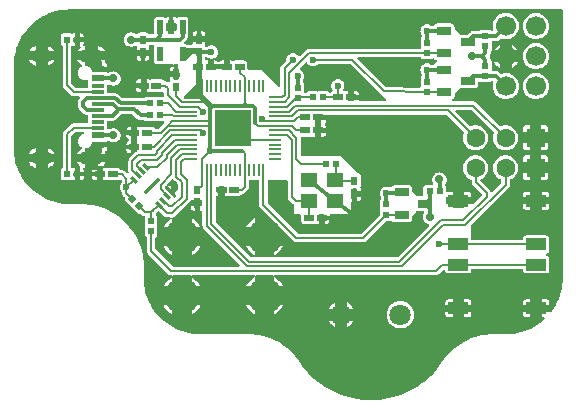
<source format=gtl>
G04 Layer: TopLayer*
G04 EasyEDA v6.5.39, 2024-01-14 11:16:20*
G04 7225f5b682534d558e40c38ebd35b67e,4e7111fa6b144b4da7037494b399c203,10*
G04 Gerber Generator version 0.2*
G04 Scale: 100 percent, Rotated: No, Reflected: No *
G04 Dimensions in millimeters *
G04 leading zeros omitted , absolute positions ,4 integer and 5 decimal *
%FSLAX45Y45*%
%MOMM*%

%AMMACRO1*21,1,$1,$2,0,0,$3*%
%ADD10C,0.3500*%
%ADD11C,0.2000*%
%ADD12C,0.3000*%
%ADD13C,0.1700*%
%ADD14R,0.4900X1.1570*%
%ADD15R,0.4900X1.1750*%
%ADD16R,1.7000X1.0000*%
%ADD17R,1.1000X0.6000*%
%ADD18R,1.1000X0.3000*%
%ADD19MACRO1,0.54X0.7901X90.0000*%
%ADD20MACRO1,0.54X0.7901X0.0000*%
%ADD21R,0.5400X0.7901*%
%ADD22MACRO1,0.54X0.7901X-90.0000*%
%ADD23MACRO1,0.6X0.28X-45.0017*%
%ADD24MACRO1,0.6X0.28X-45.0000*%
%ADD25MACRO1,0.6X0.28X-44.9983*%
%ADD26MACRO1,0.3X1.7X134.9966*%
%ADD27R,1.2500X0.7000*%
%ADD28MACRO1,0.54X0.5656X90.0000*%
%ADD29MACRO1,0.54X0.5656X-90.0000*%
%ADD30MACRO1,0.54X0.5656X0.0000*%
%ADD31R,0.5400X0.5657*%
%ADD32MACRO1,0.54X0.5656X45.0000*%
%ADD33R,0.2000X1.1000*%
%ADD34R,1.1000X0.2000*%
%ADD35R,3.1000X3.1000*%
%ADD36R,1.4000X1.2000*%
%ADD37C,1.7000*%
%ADD38R,1.6000X1.6000*%
%ADD39C,1.6000*%
%ADD40O,1.9999959999999999X1.1999976*%
%ADD41O,1.7999964X1.1999976*%
%ADD42C,1.8000*%
%ADD43C,3.0000*%
%ADD44C,0.7000*%
%ADD45C,0.6000*%
%ADD46C,0.0121*%

%LPD*%
G36*
X3349751Y665937D02*
G01*
X3312464Y666902D01*
X3275279Y669798D01*
X3238296Y674573D01*
X3201568Y681278D01*
X3165297Y689864D01*
X3129483Y700328D01*
X3094278Y712571D01*
X3059734Y726643D01*
X3025952Y742492D01*
X2993034Y760018D01*
X2961081Y779221D01*
X2930144Y800100D01*
X2900324Y822502D01*
X2871673Y846378D01*
X2844342Y871728D01*
X2818282Y898448D01*
X2793695Y926490D01*
X2770784Y955548D01*
X2730144Y1016253D01*
X2709824Y1041603D01*
X2687929Y1065682D01*
X2664612Y1088339D01*
X2639974Y1109472D01*
X2614015Y1129080D01*
X2586939Y1147064D01*
X2558796Y1163320D01*
X2529687Y1177798D01*
X2499766Y1190447D01*
X2469083Y1201267D01*
X2437841Y1210106D01*
X2406091Y1217015D01*
X2373934Y1221994D01*
X2341575Y1224940D01*
X2309825Y1225905D01*
X1900529Y1225905D01*
X1869897Y1226870D01*
X1840280Y1229715D01*
X1810867Y1234389D01*
X1781810Y1240891D01*
X1753209Y1249222D01*
X1725168Y1259332D01*
X1697837Y1271168D01*
X1671320Y1284732D01*
X1645716Y1299921D01*
X1621078Y1316634D01*
X1597558Y1334922D01*
X1575257Y1354632D01*
X1554175Y1375714D01*
X1534515Y1398066D01*
X1516278Y1421587D01*
X1499565Y1446225D01*
X1484426Y1471879D01*
X1470914Y1498447D01*
X1459077Y1525778D01*
X1449019Y1553819D01*
X1440738Y1582420D01*
X1434287Y1611477D01*
X1429613Y1640890D01*
X1426819Y1670557D01*
X1425905Y1700530D01*
X1425905Y1799843D01*
X1424787Y1833930D01*
X1421638Y1866849D01*
X1416405Y1899462D01*
X1409141Y1931670D01*
X1399844Y1963369D01*
X1388618Y1994458D01*
X1375460Y2024735D01*
X1360373Y2054148D01*
X1343507Y2082546D01*
X1324914Y2109876D01*
X1304594Y2135936D01*
X1282700Y2160676D01*
X1259332Y2183993D01*
X1234490Y2205786D01*
X1208328Y2226005D01*
X1180998Y2244496D01*
X1152550Y2261311D01*
X1123086Y2276246D01*
X1092708Y2289302D01*
X1061618Y2300427D01*
X1029868Y2309571D01*
X997610Y2316734D01*
X964996Y2321864D01*
X932078Y2324912D01*
X899820Y2325878D01*
X800201Y2325928D01*
X769924Y2326894D01*
X740257Y2329688D01*
X710844Y2334361D01*
X681786Y2340914D01*
X653186Y2349246D01*
X625195Y2359355D01*
X597865Y2371191D01*
X571347Y2384704D01*
X545693Y2399893D01*
X521106Y2416657D01*
X497585Y2434945D01*
X475234Y2454656D01*
X454202Y2475687D01*
X434543Y2498039D01*
X416306Y2521610D01*
X399542Y2546248D01*
X384403Y2571902D01*
X370890Y2598420D01*
X359105Y2625750D01*
X349046Y2653792D01*
X340766Y2682392D01*
X334264Y2711500D01*
X329641Y2740914D01*
X326847Y2770530D01*
X325932Y2800553D01*
X325932Y3499459D01*
X326898Y3530092D01*
X329692Y3559708D01*
X334365Y3589121D01*
X340918Y3618179D01*
X349250Y3646779D01*
X359359Y3674821D01*
X371195Y3702151D01*
X384708Y3728669D01*
X399897Y3754272D01*
X416661Y3778910D01*
X434949Y3802430D01*
X454659Y3824732D01*
X475691Y3845814D01*
X498043Y3865473D01*
X521614Y3883710D01*
X546252Y3900424D01*
X571906Y3915562D01*
X598424Y3929075D01*
X625754Y3940911D01*
X653796Y3950970D01*
X682396Y3959250D01*
X711504Y3965701D01*
X740918Y3970375D01*
X770534Y3973169D01*
X800557Y3974084D01*
X4963922Y3974084D01*
X4967833Y3973322D01*
X4971084Y3971086D01*
X4973320Y3967835D01*
X4974082Y3963924D01*
X4974082Y1700530D01*
X4973116Y1669897D01*
X4970272Y1640281D01*
X4965598Y1610868D01*
X4959096Y1581810D01*
X4950764Y1553210D01*
X4940655Y1525168D01*
X4928819Y1497838D01*
X4915255Y1471320D01*
X4900066Y1445717D01*
X4883353Y1421079D01*
X4879086Y1415592D01*
X4876139Y1413052D01*
X4872482Y1411782D01*
X4868621Y1411986D01*
X4865065Y1413611D01*
X4798822Y1413611D01*
X4798822Y1369060D01*
X4814265Y1369060D01*
X4818227Y1368247D01*
X4821580Y1365961D01*
X4823764Y1362506D01*
X4824425Y1358493D01*
X4823460Y1354531D01*
X4820970Y1351280D01*
X4801920Y1334516D01*
X4778400Y1316278D01*
X4753762Y1299565D01*
X4728108Y1284427D01*
X4701540Y1270914D01*
X4674209Y1259078D01*
X4646168Y1249019D01*
X4617567Y1240739D01*
X4588510Y1234287D01*
X4559096Y1229614D01*
X4529429Y1226820D01*
X4499457Y1225905D01*
X4390136Y1225905D01*
X4356608Y1224838D01*
X4324248Y1221740D01*
X4292092Y1216710D01*
X4260392Y1209649D01*
X4229150Y1200708D01*
X4198518Y1189786D01*
X4168597Y1177036D01*
X4139590Y1162456D01*
X4111498Y1146098D01*
X4084472Y1128014D01*
X4058615Y1108354D01*
X4033977Y1087069D01*
X4010761Y1064361D01*
X3988968Y1040231D01*
X3968292Y1014171D01*
X3929227Y955548D01*
X3905961Y926084D01*
X3881323Y898093D01*
X3855313Y871372D01*
X3827932Y846023D01*
X3799281Y822147D01*
X3769410Y799795D01*
X3738473Y778967D01*
X3706520Y759764D01*
X3673601Y742238D01*
X3639769Y726440D01*
X3605225Y712419D01*
X3570020Y700176D01*
X3534206Y689762D01*
X3497884Y681177D01*
X3461207Y674522D01*
X3424224Y669747D01*
X3387039Y666851D01*
G37*

%LPC*%
G36*
X3592728Y1274318D02*
G01*
X3607257Y1274318D01*
X3621684Y1276146D01*
X3635806Y1279804D01*
X3649319Y1285138D01*
X3662070Y1292148D01*
X3673856Y1300683D01*
X3684473Y1310690D01*
X3693769Y1321866D01*
X3701542Y1334160D01*
X3707739Y1347317D01*
X3712260Y1361186D01*
X3714953Y1375460D01*
X3715867Y1389989D01*
X3714953Y1404518D01*
X3712260Y1418793D01*
X3707739Y1432661D01*
X3701542Y1445818D01*
X3693769Y1458112D01*
X3684473Y1469339D01*
X3673856Y1479296D01*
X3662070Y1487830D01*
X3649319Y1494840D01*
X3635806Y1500225D01*
X3621684Y1503832D01*
X3607257Y1505661D01*
X3592728Y1505661D01*
X3578301Y1503832D01*
X3564178Y1500225D01*
X3550665Y1494840D01*
X3537915Y1487830D01*
X3526129Y1479296D01*
X3515512Y1469339D01*
X3506215Y1458112D01*
X3498443Y1445818D01*
X3492246Y1432661D01*
X3487724Y1418793D01*
X3485032Y1404518D01*
X3484118Y1389989D01*
X3485032Y1375460D01*
X3487724Y1361186D01*
X3492246Y1347317D01*
X3498443Y1334160D01*
X3506215Y1321866D01*
X3515512Y1310690D01*
X3526129Y1300683D01*
X3537915Y1292148D01*
X3550665Y1285138D01*
X3564178Y1279804D01*
X3578301Y1276146D01*
G37*
G36*
X3151327Y1286256D02*
G01*
X3162096Y1292148D01*
X3173882Y1300683D01*
X3184448Y1310690D01*
X3193745Y1321866D01*
X3201568Y1334160D01*
X3203651Y1338630D01*
X3151327Y1338630D01*
G37*
G36*
X3048660Y1286256D02*
G01*
X3048660Y1338630D01*
X2996336Y1338630D01*
X2998419Y1334160D01*
X3006242Y1321866D01*
X3015538Y1310690D01*
X3026105Y1300683D01*
X3037890Y1292148D01*
G37*
G36*
X4138828Y1369060D02*
G01*
X4174439Y1369060D01*
X4180738Y1369771D01*
X4186224Y1371701D01*
X4191101Y1374749D01*
X4195216Y1378864D01*
X4198264Y1383741D01*
X4200194Y1389227D01*
X4200906Y1395526D01*
X4200906Y1413611D01*
X4138828Y1413611D01*
G37*
G36*
X4005579Y1369060D02*
G01*
X4041140Y1369060D01*
X4041140Y1413611D01*
X3979062Y1413611D01*
X3979062Y1395526D01*
X3979773Y1389227D01*
X3981704Y1383741D01*
X3984802Y1378864D01*
X3988866Y1374749D01*
X3993794Y1371701D01*
X3999229Y1369771D01*
G37*
G36*
X4665573Y1369060D02*
G01*
X4701133Y1369060D01*
X4701133Y1413611D01*
X4639106Y1413611D01*
X4639106Y1395526D01*
X4639818Y1389227D01*
X4641697Y1383792D01*
X4644796Y1378864D01*
X4648860Y1374800D01*
X4653788Y1371701D01*
X4659223Y1369771D01*
G37*
G36*
X2368651Y1394256D02*
G01*
X2368651Y1468628D01*
X2294280Y1468628D01*
X2299208Y1459433D01*
X2309317Y1444447D01*
X2320899Y1430528D01*
X2333853Y1417878D01*
X2348077Y1406652D01*
X2363368Y1396898D01*
G37*
G36*
X1668627Y1394256D02*
G01*
X1668627Y1468628D01*
X1594307Y1468628D01*
X1599184Y1459433D01*
X1609293Y1444447D01*
X1620926Y1430528D01*
X1633880Y1417878D01*
X1648104Y1406652D01*
X1663344Y1396898D01*
G37*
G36*
X1831339Y1394256D02*
G01*
X1836623Y1396898D01*
X1851914Y1406652D01*
X1866138Y1417878D01*
X1879092Y1430528D01*
X1890674Y1444447D01*
X1900783Y1459433D01*
X1905711Y1468628D01*
X1831339Y1468628D01*
G37*
G36*
X2531364Y1394256D02*
G01*
X2536647Y1396898D01*
X2551887Y1406652D01*
X2566111Y1417878D01*
X2579065Y1430528D01*
X2590698Y1444447D01*
X2600807Y1459433D01*
X2605684Y1468628D01*
X2531364Y1468628D01*
G37*
G36*
X2996336Y1441348D02*
G01*
X3048660Y1441348D01*
X3048660Y1493774D01*
X3037890Y1487830D01*
X3026105Y1479296D01*
X3015538Y1469339D01*
X3006242Y1458112D01*
X2998419Y1445818D01*
G37*
G36*
X3151327Y1441348D02*
G01*
X3203651Y1441348D01*
X3201568Y1445818D01*
X3193745Y1458112D01*
X3184448Y1469339D01*
X3173882Y1479296D01*
X3162096Y1487830D01*
X3151327Y1493774D01*
G37*
G36*
X4138828Y1476349D02*
G01*
X4200906Y1476349D01*
X4200906Y1494383D01*
X4200194Y1500733D01*
X4198264Y1506169D01*
X4195216Y1511096D01*
X4191101Y1515160D01*
X4186224Y1518259D01*
X4180738Y1520190D01*
X4174439Y1520901D01*
X4138828Y1520901D01*
G37*
G36*
X4639106Y1476349D02*
G01*
X4701133Y1476349D01*
X4701133Y1520901D01*
X4665573Y1520901D01*
X4659223Y1520190D01*
X4653788Y1518259D01*
X4648860Y1515160D01*
X4644796Y1511096D01*
X4641697Y1506169D01*
X4639818Y1500733D01*
X4639106Y1494434D01*
G37*
G36*
X4798822Y1476349D02*
G01*
X4860899Y1476349D01*
X4860899Y1494434D01*
X4860188Y1500733D01*
X4858258Y1506169D01*
X4855210Y1511096D01*
X4851095Y1515160D01*
X4846218Y1518259D01*
X4840732Y1520190D01*
X4834432Y1520901D01*
X4798822Y1520901D01*
G37*
G36*
X3979062Y1476349D02*
G01*
X4041140Y1476349D01*
X4041140Y1520901D01*
X4005579Y1520901D01*
X3999229Y1520190D01*
X3993794Y1518259D01*
X3988866Y1515160D01*
X3984802Y1511096D01*
X3981704Y1506169D01*
X3979773Y1500733D01*
X3979062Y1494383D01*
G37*
G36*
X2294128Y1631340D02*
G01*
X2368651Y1631340D01*
X2368651Y1706219D01*
X2367381Y1705102D01*
X2355596Y1698396D01*
X2340813Y1687931D01*
X2327249Y1675942D01*
X2314905Y1662684D01*
X2304084Y1648206D01*
X2294737Y1632661D01*
G37*
G36*
X1594104Y1631340D02*
G01*
X1668627Y1631340D01*
X1668627Y1706219D01*
X1667408Y1705102D01*
X1655572Y1698396D01*
X1640839Y1687931D01*
X1627225Y1675942D01*
X1614932Y1662684D01*
X1604060Y1648206D01*
X1594713Y1632661D01*
G37*
G36*
X1831339Y1631340D02*
G01*
X1905863Y1631340D01*
X1905254Y1632661D01*
X1895906Y1648206D01*
X1885086Y1662684D01*
X1872742Y1675942D01*
X1859178Y1687931D01*
X1844395Y1698396D01*
X1832610Y1705102D01*
X1831339Y1706219D01*
G37*
G36*
X2531364Y1631340D02*
G01*
X2605887Y1631340D01*
X2605278Y1632661D01*
X2595930Y1648206D01*
X2585059Y1662684D01*
X2572766Y1675942D01*
X2559151Y1687931D01*
X2544419Y1698396D01*
X2532583Y1705102D01*
X2531364Y1706219D01*
G37*
G36*
X1670608Y1719580D02*
G01*
X1671624Y1721104D01*
X1674926Y1723339D01*
X1678787Y1724101D01*
X1821180Y1724101D01*
X1825091Y1723339D01*
X1828393Y1721104D01*
X1829358Y1719580D01*
X1829816Y1720443D01*
X1833321Y1723136D01*
X1837588Y1724101D01*
X2362403Y1724101D01*
X2366670Y1723136D01*
X2370175Y1720443D01*
X2370632Y1719580D01*
X2371598Y1721104D01*
X2374900Y1723339D01*
X2378811Y1724101D01*
X2521204Y1724101D01*
X2525064Y1723339D01*
X2528366Y1721104D01*
X2529382Y1719580D01*
X2529789Y1720443D01*
X2533294Y1723136D01*
X2537612Y1724101D01*
X3899458Y1724101D01*
X3907434Y1724914D01*
X3914597Y1727250D01*
X3921201Y1731060D01*
X3925671Y1734870D01*
X3961892Y1771091D01*
X3964990Y1773224D01*
X3968648Y1774037D01*
X3972407Y1773478D01*
X3975658Y1771599D01*
X3978046Y1768652D01*
X3979164Y1765046D01*
X3979773Y1759254D01*
X3981704Y1753819D01*
X3984802Y1748891D01*
X3988866Y1744827D01*
X3993794Y1741728D01*
X3999229Y1739798D01*
X4005579Y1739087D01*
X4174439Y1739087D01*
X4180738Y1739798D01*
X4186224Y1741728D01*
X4191101Y1744827D01*
X4195216Y1748891D01*
X4198264Y1753819D01*
X4200194Y1759254D01*
X4200906Y1765604D01*
X4200906Y1768957D01*
X4201668Y1772818D01*
X4203903Y1776120D01*
X4207154Y1778355D01*
X4211066Y1779117D01*
X4628946Y1779117D01*
X4632807Y1778355D01*
X4636109Y1776120D01*
X4638294Y1772818D01*
X4639106Y1768957D01*
X4639106Y1765604D01*
X4639818Y1759254D01*
X4641697Y1753819D01*
X4644796Y1748891D01*
X4648860Y1744827D01*
X4653788Y1741728D01*
X4659223Y1739849D01*
X4665573Y1739087D01*
X4834432Y1739087D01*
X4840732Y1739849D01*
X4846218Y1741728D01*
X4851095Y1744827D01*
X4855210Y1748891D01*
X4858258Y1753819D01*
X4860188Y1759254D01*
X4860899Y1765604D01*
X4860899Y1864461D01*
X4860188Y1870760D01*
X4858258Y1876247D01*
X4855210Y1881124D01*
X4851095Y1885238D01*
X4846218Y1888286D01*
X4840173Y1890420D01*
X4836617Y1892554D01*
X4834229Y1895957D01*
X4833366Y1900021D01*
X4834229Y1904085D01*
X4836617Y1907438D01*
X4840173Y1909572D01*
X4846218Y1911705D01*
X4851095Y1914753D01*
X4855210Y1918868D01*
X4858258Y1923745D01*
X4860188Y1929231D01*
X4860899Y1935530D01*
X4860899Y2034387D01*
X4860188Y2040737D01*
X4858258Y2046173D01*
X4855210Y2051100D01*
X4851095Y2055164D01*
X4846218Y2058263D01*
X4840732Y2060193D01*
X4834432Y2060905D01*
X4665573Y2060905D01*
X4659223Y2060193D01*
X4653788Y2058263D01*
X4648860Y2055164D01*
X4644796Y2051100D01*
X4641697Y2046173D01*
X4639818Y2040737D01*
X4639106Y2034387D01*
X4639106Y2031034D01*
X4638294Y2027174D01*
X4636109Y2023872D01*
X4632807Y2021687D01*
X4628946Y2020874D01*
X4211066Y2020874D01*
X4207154Y2021687D01*
X4203903Y2023872D01*
X4201668Y2027174D01*
X4200906Y2031034D01*
X4200906Y2034387D01*
X4199991Y2043023D01*
X4199991Y2145030D01*
X4200753Y2148890D01*
X4202988Y2152192D01*
X4514951Y2464206D01*
X4520031Y2470454D01*
X4523435Y2477109D01*
X4525416Y2484475D01*
X4525873Y2490368D01*
X4525873Y2526538D01*
X4526534Y2530246D01*
X4528515Y2533396D01*
X4531512Y2535682D01*
X4542891Y2541270D01*
X4554423Y2548940D01*
X4564837Y2558084D01*
X4573981Y2568498D01*
X4581652Y2580030D01*
X4587798Y2592425D01*
X4592218Y2605582D01*
X4594961Y2619146D01*
X4595825Y2632964D01*
X4594961Y2646781D01*
X4592218Y2660345D01*
X4587798Y2673502D01*
X4581652Y2685897D01*
X4573981Y2697429D01*
X4564837Y2707843D01*
X4554423Y2716987D01*
X4542891Y2724658D01*
X4530496Y2730804D01*
X4517339Y2735224D01*
X4503775Y2737967D01*
X4489958Y2738831D01*
X4476140Y2737967D01*
X4462576Y2735224D01*
X4449419Y2730804D01*
X4437024Y2724658D01*
X4425492Y2716987D01*
X4415078Y2707843D01*
X4405934Y2697429D01*
X4398264Y2685897D01*
X4392117Y2673502D01*
X4387697Y2660345D01*
X4384954Y2646781D01*
X4384090Y2632964D01*
X4384954Y2619146D01*
X4387697Y2605582D01*
X4392117Y2592425D01*
X4398264Y2580030D01*
X4405934Y2568498D01*
X4415078Y2558084D01*
X4425492Y2548940D01*
X4437024Y2541270D01*
X4448403Y2535682D01*
X4451400Y2533396D01*
X4453382Y2530246D01*
X4454042Y2526538D01*
X4454042Y2509062D01*
X4453280Y2505151D01*
X4451096Y2501849D01*
X4379620Y2430424D01*
X4376166Y2428138D01*
X4372102Y2427427D01*
X4368139Y2428392D01*
X4364837Y2430881D01*
X4358944Y2441194D01*
X4355134Y2445664D01*
X4279290Y2521559D01*
X4277106Y2524709D01*
X4276293Y2528468D01*
X4276902Y2532227D01*
X4278884Y2535529D01*
X4281982Y2537866D01*
X4288891Y2541270D01*
X4300423Y2548940D01*
X4310837Y2558084D01*
X4319981Y2568498D01*
X4327652Y2580030D01*
X4333798Y2592425D01*
X4338218Y2605582D01*
X4340961Y2619146D01*
X4341825Y2632964D01*
X4340961Y2646781D01*
X4338218Y2660345D01*
X4333798Y2673502D01*
X4327652Y2685897D01*
X4319981Y2697429D01*
X4310837Y2707843D01*
X4300423Y2716987D01*
X4288891Y2724658D01*
X4276496Y2730804D01*
X4263339Y2735224D01*
X4249775Y2737967D01*
X4235958Y2738831D01*
X4222140Y2737967D01*
X4208576Y2735224D01*
X4195419Y2730804D01*
X4183024Y2724658D01*
X4171492Y2716987D01*
X4161078Y2707843D01*
X4151934Y2697429D01*
X4144264Y2685897D01*
X4138117Y2673502D01*
X4133697Y2660345D01*
X4130954Y2646781D01*
X4130090Y2632964D01*
X4130954Y2619146D01*
X4133697Y2605582D01*
X4138117Y2592425D01*
X4144264Y2580030D01*
X4151934Y2568498D01*
X4161078Y2558084D01*
X4171492Y2548940D01*
X4183024Y2541270D01*
X4200194Y2532634D01*
X4202633Y2529382D01*
X4203598Y2525420D01*
X4204106Y2509164D01*
X4204563Y2504338D01*
X4205173Y2501493D01*
X4206544Y2497074D01*
X4207713Y2494432D01*
X4209948Y2490419D01*
X4211624Y2488082D01*
X4214825Y2484424D01*
X4287012Y2412187D01*
X4289247Y2408885D01*
X4290009Y2405024D01*
X4289247Y2401112D01*
X4287012Y2397810D01*
X4215841Y2326640D01*
X4212539Y2324455D01*
X4208678Y2323642D01*
X4138828Y2323642D01*
X4138828Y2300173D01*
X4138066Y2296261D01*
X4135882Y2292959D01*
X4132579Y2290775D01*
X4128668Y2290013D01*
X4051300Y2290013D01*
X4047439Y2290775D01*
X4044137Y2292959D01*
X4041901Y2296261D01*
X4041140Y2300173D01*
X4041140Y2323642D01*
X3995165Y2323642D01*
X3991254Y2324455D01*
X3987952Y2326640D01*
X3985768Y2329942D01*
X3985006Y2333802D01*
X3985006Y2376220D01*
X3985768Y2380081D01*
X3987952Y2383383D01*
X3991254Y2385568D01*
X3995165Y2386380D01*
X4041140Y2386380D01*
X4041140Y2430932D01*
X4005579Y2430932D01*
X3998772Y2430170D01*
X3994556Y2430576D01*
X3990848Y2432659D01*
X3988358Y2436114D01*
X3987444Y2440279D01*
X3987444Y2461412D01*
X3986733Y2467762D01*
X3984853Y2473198D01*
X3981754Y2478125D01*
X3979672Y2480208D01*
X3977436Y2483510D01*
X3976674Y2487371D01*
X3976674Y2492502D01*
X3977132Y2495448D01*
X3978351Y2498090D01*
X3983532Y2506014D01*
X3987546Y2515209D01*
X3990035Y2524963D01*
X3990848Y2534970D01*
X3990035Y2545029D01*
X3987546Y2554782D01*
X3983532Y2563977D01*
X3978046Y2572410D01*
X3971239Y2579776D01*
X3963263Y2585974D01*
X3954424Y2590749D01*
X3944924Y2594000D01*
X3935018Y2595676D01*
X3924960Y2595676D01*
X3915054Y2594000D01*
X3905554Y2590749D01*
X3896715Y2585974D01*
X3888740Y2579776D01*
X3881932Y2572410D01*
X3876446Y2563977D01*
X3872433Y2554782D01*
X3869944Y2545029D01*
X3869131Y2534970D01*
X3869944Y2524963D01*
X3872433Y2515209D01*
X3876446Y2506014D01*
X3878021Y2503627D01*
X3879545Y2499563D01*
X3879291Y2495245D01*
X3877208Y2491435D01*
X3873754Y2488844D01*
X3869537Y2487879D01*
X3818991Y2487879D01*
X3812692Y2487168D01*
X3807206Y2485288D01*
X3802329Y2482189D01*
X3798214Y2478125D01*
X3795166Y2473198D01*
X3793236Y2467762D01*
X3792524Y2461412D01*
X3792524Y2408580D01*
X3793236Y2402179D01*
X3792829Y2397963D01*
X3790696Y2394305D01*
X3787292Y2391765D01*
X3783126Y2390902D01*
X3748379Y2390902D01*
X3744671Y2391613D01*
X3741470Y2393594D01*
X3701643Y2430576D01*
X3699256Y2433980D01*
X3698392Y2438044D01*
X3698392Y2459431D01*
X3697681Y2465730D01*
X3695801Y2471216D01*
X3692702Y2476093D01*
X3688587Y2480208D01*
X3683711Y2483256D01*
X3678224Y2485186D01*
X3671925Y2485898D01*
X3548075Y2485898D01*
X3541725Y2485186D01*
X3536289Y2483256D01*
X3531362Y2480208D01*
X3527298Y2476093D01*
X3523691Y2470353D01*
X3520846Y2467406D01*
X3517087Y2465832D01*
X3513023Y2465832D01*
X3509264Y2467457D01*
X3507943Y2468372D01*
X3499104Y2472486D01*
X3489706Y2475026D01*
X3480003Y2475839D01*
X3470300Y2475026D01*
X3460902Y2472486D01*
X3452063Y2468372D01*
X3444087Y2462784D01*
X3437229Y2455875D01*
X3431641Y2447899D01*
X3427526Y2439111D01*
X3424986Y2429662D01*
X3424123Y2419959D01*
X3424986Y2410307D01*
X3427526Y2400858D01*
X3431641Y2392070D01*
X3437229Y2383993D01*
X3438753Y2380843D01*
X3439058Y2377338D01*
X3438144Y2373934D01*
X3436112Y2371039D01*
X3432810Y2367686D01*
X3429711Y2362758D01*
X3427780Y2357323D01*
X3427069Y2350973D01*
X3427069Y2295550D01*
X3427780Y2289251D01*
X3429863Y2283358D01*
X3430422Y2280005D01*
X3429863Y2276652D01*
X3427780Y2270760D01*
X3427069Y2264410D01*
X3427069Y2238806D01*
X3426307Y2234895D01*
X3424123Y2231593D01*
X3271367Y2078888D01*
X3268065Y2076653D01*
X3264204Y2075891D01*
X2739085Y2075891D01*
X2735173Y2076653D01*
X2731871Y2078888D01*
X2478887Y2331872D01*
X2476703Y2335174D01*
X2475890Y2339086D01*
X2475890Y2519832D01*
X2476703Y2523744D01*
X2478887Y2526995D01*
X2482189Y2529230D01*
X2486050Y2529992D01*
X2633929Y2529992D01*
X2637790Y2529230D01*
X2641092Y2526995D01*
X2643327Y2523744D01*
X2644089Y2519832D01*
X2644089Y2390546D01*
X2644902Y2382520D01*
X2647238Y2375408D01*
X2651048Y2368804D01*
X2654909Y2364333D01*
X2691739Y2327452D01*
X2696210Y2323846D01*
X2699004Y2320290D01*
X2700020Y2315921D01*
X2700020Y2240991D01*
X2700985Y2239975D01*
X2749905Y2239975D01*
X2753817Y2239213D01*
X2757119Y2237028D01*
X2759303Y2233726D01*
X2760065Y2229815D01*
X2760065Y2183587D01*
X2760776Y2177237D01*
X2762707Y2171801D01*
X2765755Y2166874D01*
X2769870Y2162810D01*
X2774746Y2159711D01*
X2780233Y2157780D01*
X2786532Y2157069D01*
X2864408Y2157069D01*
X2870758Y2157780D01*
X2876651Y2159863D01*
X2880004Y2160422D01*
X2883357Y2159863D01*
X2889250Y2157780D01*
X2895549Y2157069D01*
X2908401Y2157069D01*
X2908401Y2190140D01*
X2901086Y2190140D01*
X2897174Y2190902D01*
X2893872Y2193137D01*
X2891688Y2196439D01*
X2890875Y2200300D01*
X2890875Y2219706D01*
X2891688Y2223566D01*
X2893872Y2226868D01*
X2897174Y2229053D01*
X2901086Y2229866D01*
X2908401Y2229866D01*
X2909163Y2233726D01*
X2911398Y2237028D01*
X2914650Y2239213D01*
X2918561Y2239975D01*
X2950464Y2239975D01*
X2954324Y2239213D01*
X2957626Y2237028D01*
X2959811Y2233726D01*
X2960624Y2229866D01*
X2999892Y2229866D01*
X3000705Y2233726D01*
X3002889Y2237028D01*
X3006191Y2239213D01*
X3010052Y2239975D01*
X3179013Y2239975D01*
X3179978Y2240991D01*
X3179978Y2339898D01*
X3180791Y2343810D01*
X3182975Y2347112D01*
X3186277Y2349296D01*
X3190138Y2350058D01*
X3190138Y2389378D01*
X3186277Y2390140D01*
X3182975Y2392375D01*
X3180791Y2395677D01*
X3179978Y2399538D01*
X3179978Y2431440D01*
X3180791Y2435301D01*
X3182975Y2438603D01*
X3186277Y2440838D01*
X3190138Y2441600D01*
X3190138Y2448915D01*
X3190900Y2452827D01*
X3193135Y2456129D01*
X3196437Y2458313D01*
X3200298Y2459075D01*
X3219704Y2459075D01*
X3223564Y2458313D01*
X3226866Y2456129D01*
X3229051Y2452827D01*
X3229864Y2448915D01*
X3229864Y2441600D01*
X3262884Y2441600D01*
X3262884Y2454402D01*
X3262172Y2460752D01*
X3260140Y2466644D01*
X3259531Y2469997D01*
X3260140Y2473350D01*
X3262172Y2479243D01*
X3262884Y2485542D01*
X3262884Y2563418D01*
X3262172Y2569768D01*
X3260293Y2575204D01*
X3257194Y2580132D01*
X3253130Y2584196D01*
X3248202Y2587294D01*
X3241903Y2589479D01*
X3238093Y2591917D01*
X3100679Y2729280D01*
X3099003Y2729992D01*
X2770174Y2729992D01*
X2766263Y2730754D01*
X2762961Y2732989D01*
X2760776Y2736291D01*
X2760014Y2740152D01*
X2760014Y2886913D01*
X2760776Y2890824D01*
X2762961Y2894126D01*
X2766263Y2896311D01*
X2770174Y2897073D01*
X2834436Y2897073D01*
X2840736Y2897784D01*
X2846628Y2899867D01*
X2849981Y2900426D01*
X2853334Y2899867D01*
X2859227Y2897784D01*
X2865577Y2897073D01*
X2878378Y2897073D01*
X2878378Y2930144D01*
X2871063Y2930144D01*
X2867152Y2930906D01*
X2863900Y2933141D01*
X2861665Y2936392D01*
X2860903Y2940304D01*
X2860903Y2959658D01*
X2861665Y2963570D01*
X2863900Y2966872D01*
X2867152Y2969056D01*
X2871063Y2969818D01*
X2878378Y2969818D01*
X2878378Y3040126D01*
X2871063Y3040126D01*
X2867152Y3040938D01*
X2863900Y3043123D01*
X2861665Y3046425D01*
X2860903Y3050286D01*
X2860903Y3069691D01*
X2861665Y3073552D01*
X2863900Y3076854D01*
X2867152Y3079089D01*
X2871063Y3079851D01*
X2880309Y3079851D01*
X2882544Y3082137D01*
X2885389Y3083560D01*
X2888538Y3084068D01*
X2920441Y3084068D01*
X2923590Y3083560D01*
X2926435Y3082137D01*
X2928721Y3079851D01*
X2971800Y3079851D01*
X2974086Y3082137D01*
X2976930Y3083560D01*
X2980080Y3084068D01*
X3983939Y3084068D01*
X3987800Y3083306D01*
X3991101Y3081121D01*
X4135323Y2936900D01*
X4137456Y2933801D01*
X4138320Y2930144D01*
X4137761Y2926435D01*
X4133697Y2914345D01*
X4130954Y2900781D01*
X4130090Y2886964D01*
X4130954Y2873146D01*
X4133697Y2859582D01*
X4138117Y2846425D01*
X4144264Y2834030D01*
X4151934Y2822498D01*
X4161078Y2812084D01*
X4171492Y2802940D01*
X4183024Y2795270D01*
X4195419Y2789123D01*
X4208576Y2784703D01*
X4222140Y2781960D01*
X4235958Y2781096D01*
X4249775Y2781960D01*
X4263339Y2784703D01*
X4276496Y2789123D01*
X4288891Y2795270D01*
X4300423Y2802940D01*
X4310837Y2812084D01*
X4319981Y2822498D01*
X4327652Y2834030D01*
X4333798Y2846425D01*
X4338218Y2859582D01*
X4340961Y2873146D01*
X4341825Y2886964D01*
X4340961Y2900781D01*
X4338218Y2914345D01*
X4333798Y2927502D01*
X4327652Y2939897D01*
X4319981Y2951429D01*
X4310837Y2961843D01*
X4300423Y2970987D01*
X4288891Y2978658D01*
X4276496Y2984804D01*
X4263339Y2989224D01*
X4249775Y2991967D01*
X4235958Y2992831D01*
X4222140Y2991967D01*
X4208576Y2989224D01*
X4196588Y2985211D01*
X4192879Y2984652D01*
X4189222Y2985516D01*
X4186174Y2987598D01*
X4067048Y3106724D01*
X4064812Y3110026D01*
X4064050Y3113938D01*
X4064812Y3117799D01*
X4067048Y3121101D01*
X4070350Y3123336D01*
X4074210Y3124098D01*
X4197908Y3124098D01*
X4201820Y3123336D01*
X4205122Y3121101D01*
X4389323Y2936900D01*
X4391456Y2933801D01*
X4392320Y2930144D01*
X4391761Y2926435D01*
X4387697Y2914345D01*
X4384954Y2900781D01*
X4384090Y2886964D01*
X4384954Y2873146D01*
X4387697Y2859582D01*
X4392117Y2846425D01*
X4398264Y2834030D01*
X4405934Y2822498D01*
X4415078Y2812084D01*
X4425492Y2802940D01*
X4437024Y2795270D01*
X4449419Y2789123D01*
X4462576Y2784703D01*
X4476140Y2781960D01*
X4489958Y2781096D01*
X4503775Y2781960D01*
X4517339Y2784703D01*
X4530496Y2789123D01*
X4542891Y2795270D01*
X4554423Y2802940D01*
X4564837Y2812084D01*
X4573981Y2822498D01*
X4581652Y2834030D01*
X4587798Y2846425D01*
X4592218Y2859582D01*
X4594961Y2873146D01*
X4595825Y2886964D01*
X4594961Y2900781D01*
X4592218Y2914345D01*
X4587798Y2927502D01*
X4581652Y2939897D01*
X4573981Y2951429D01*
X4564837Y2961843D01*
X4554423Y2970987D01*
X4542891Y2978658D01*
X4530496Y2984804D01*
X4517339Y2989224D01*
X4503775Y2991967D01*
X4489958Y2992831D01*
X4476140Y2991967D01*
X4462576Y2989224D01*
X4450588Y2985211D01*
X4446879Y2984652D01*
X4443222Y2985516D01*
X4440174Y2987598D01*
X4242765Y3185007D01*
X4236516Y3190036D01*
X4229862Y3193440D01*
X4222496Y3195421D01*
X4216603Y3195878D01*
X4044035Y3195878D01*
X4040073Y3196691D01*
X4036771Y3198977D01*
X4034586Y3202381D01*
X4033875Y3206394D01*
X4034840Y3210306D01*
X4037228Y3213608D01*
X4040682Y3215640D01*
X4043730Y3216706D01*
X4048607Y3219805D01*
X4052722Y3223869D01*
X4055770Y3228797D01*
X4057700Y3234232D01*
X4058412Y3240582D01*
X4058412Y3261969D01*
X4059275Y3266033D01*
X4061663Y3269386D01*
X4101490Y3306368D01*
X4104690Y3308400D01*
X4108399Y3309061D01*
X4231894Y3309061D01*
X4238244Y3309772D01*
X4243679Y3311702D01*
X4248607Y3314801D01*
X4252671Y3318865D01*
X4255770Y3323793D01*
X4257700Y3329228D01*
X4258411Y3335578D01*
X4258411Y3357168D01*
X4259173Y3361080D01*
X4261358Y3364382D01*
X4264660Y3366566D01*
X4268571Y3367328D01*
X4272432Y3366566D01*
X4276902Y3363214D01*
X4281779Y3360165D01*
X4287215Y3358235D01*
X4293565Y3357524D01*
X4346397Y3357524D01*
X4352747Y3358235D01*
X4358182Y3360165D01*
X4363110Y3363214D01*
X4365193Y3365347D01*
X4368495Y3367532D01*
X4372406Y3368294D01*
X4376420Y3368294D01*
X4380026Y3367684D01*
X4383125Y3365804D01*
X4385411Y3362960D01*
X4386529Y3359505D01*
X4386326Y3355898D01*
X4383582Y3343808D01*
X4382211Y3329635D01*
X4382668Y3315462D01*
X4384954Y3301441D01*
X4388967Y3287826D01*
X4394758Y3274822D01*
X4402124Y3262680D01*
X4410964Y3251555D01*
X4421174Y3241649D01*
X4432554Y3233166D01*
X4444949Y3226206D01*
X4458106Y3220872D01*
X4471873Y3217265D01*
X4485944Y3215436D01*
X4500168Y3215436D01*
X4514240Y3217265D01*
X4528007Y3220872D01*
X4541164Y3226206D01*
X4553559Y3233166D01*
X4564938Y3241649D01*
X4575149Y3251555D01*
X4583988Y3262680D01*
X4591354Y3274822D01*
X4597095Y3287826D01*
X4601159Y3301441D01*
X4603445Y3315462D01*
X4603902Y3329635D01*
X4602530Y3343808D01*
X4599330Y3357676D01*
X4594453Y3370986D01*
X4587900Y3383584D01*
X4579721Y3395218D01*
X4570171Y3405784D01*
X4559350Y3414979D01*
X4547463Y3422700D01*
X4534662Y3428898D01*
X4521200Y3433368D01*
X4507230Y3436061D01*
X4493056Y3436975D01*
X4478883Y3436061D01*
X4464913Y3433368D01*
X4457446Y3430879D01*
X4453737Y3430371D01*
X4450130Y3431235D01*
X4447082Y3433318D01*
X4436668Y3443630D01*
X4430115Y3448608D01*
X4422952Y3452164D01*
X4415231Y3454349D01*
X4406798Y3455111D01*
X4382516Y3455111D01*
X4378401Y3456025D01*
X4374946Y3458514D01*
X4372864Y3462223D01*
X4372457Y3466439D01*
X4372914Y3470554D01*
X4372914Y3525977D01*
X4372406Y3530193D01*
X4372813Y3534156D01*
X4371035Y3536187D01*
X4367123Y3542741D01*
X4364075Y3546856D01*
X4362196Y3559911D01*
X4359656Y3567480D01*
X4355439Y3575050D01*
X4354271Y3578555D01*
X4354423Y3582212D01*
X4360418Y3594354D01*
X4362602Y3602024D01*
X4363313Y3609695D01*
X4363923Y3612286D01*
X4365142Y3614623D01*
X4368139Y3618839D01*
X4371035Y3623868D01*
X4373118Y3626358D01*
X4372559Y3630828D01*
X4372914Y3633978D01*
X4372914Y3689400D01*
X4372457Y3693566D01*
X4372864Y3697782D01*
X4374946Y3701491D01*
X4378401Y3703980D01*
X4382516Y3704844D01*
X4408881Y3704894D01*
X4417161Y3706063D01*
X4424781Y3708603D01*
X4431741Y3712464D01*
X4438294Y3717899D01*
X4447133Y3726738D01*
X4450080Y3728821D01*
X4453585Y3729736D01*
X4457192Y3729329D01*
X4468368Y3726027D01*
X4482388Y3723741D01*
X4496612Y3723284D01*
X4510735Y3724656D01*
X4524603Y3727805D01*
X4537913Y3732733D01*
X4550511Y3739286D01*
X4562195Y3747414D01*
X4572711Y3756964D01*
X4581906Y3767785D01*
X4589678Y3779672D01*
X4595825Y3792474D01*
X4600295Y3805986D01*
X4603038Y3819906D01*
X4603953Y3834129D01*
X4603038Y3848303D01*
X4600295Y3862222D01*
X4595825Y3875735D01*
X4589678Y3888536D01*
X4581906Y3900424D01*
X4572711Y3911244D01*
X4562195Y3920794D01*
X4550511Y3928922D01*
X4537913Y3935526D01*
X4524603Y3940403D01*
X4510735Y3943553D01*
X4496612Y3944924D01*
X4482388Y3944467D01*
X4468368Y3942232D01*
X4454753Y3938168D01*
X4441748Y3932428D01*
X4429607Y3925062D01*
X4418482Y3916172D01*
X4408627Y3906012D01*
X4400143Y3894582D01*
X4393133Y3882237D01*
X4387799Y3869029D01*
X4384192Y3855313D01*
X4382414Y3841191D01*
X4382414Y3827018D01*
X4384192Y3812895D01*
X4386427Y3804412D01*
X4386732Y3800703D01*
X4385665Y3797198D01*
X4383379Y3794251D01*
X4380230Y3792321D01*
X4376623Y3791661D01*
X4372406Y3791661D01*
X4368495Y3792423D01*
X4365193Y3794658D01*
X4363110Y3796741D01*
X4358182Y3799840D01*
X4352747Y3801770D01*
X4346397Y3802481D01*
X4293565Y3802481D01*
X4287215Y3801770D01*
X4281779Y3799840D01*
X4276902Y3796741D01*
X4274769Y3794658D01*
X4271467Y3792423D01*
X4267606Y3791661D01*
X4216603Y3791610D01*
X4208322Y3790492D01*
X4200702Y3787952D01*
X4193743Y3784041D01*
X4187240Y3778605D01*
X4172458Y3763873D01*
X4169156Y3761689D01*
X4165295Y3760876D01*
X4108399Y3760876D01*
X4104690Y3761587D01*
X4101490Y3763619D01*
X4061663Y3800601D01*
X4059275Y3803954D01*
X4058412Y3808018D01*
X4058412Y3829405D01*
X4057700Y3835755D01*
X4055770Y3841191D01*
X4052722Y3846118D01*
X4048607Y3850182D01*
X4043730Y3853281D01*
X4038244Y3855212D01*
X4031945Y3855923D01*
X3908044Y3855923D01*
X3901744Y3855212D01*
X3896258Y3853281D01*
X3891381Y3850182D01*
X3887266Y3846118D01*
X3883863Y3840683D01*
X3881577Y3838143D01*
X3878630Y3836466D01*
X3875278Y3835908D01*
X3866794Y3835908D01*
X3863746Y3836365D01*
X3860952Y3837736D01*
X3852926Y3843375D01*
X3844086Y3847490D01*
X3834688Y3850030D01*
X3824986Y3850843D01*
X3815283Y3850030D01*
X3805885Y3847490D01*
X3797046Y3843375D01*
X3789070Y3837787D01*
X3782212Y3830878D01*
X3776624Y3822903D01*
X3772509Y3814114D01*
X3769969Y3804665D01*
X3769106Y3794963D01*
X3769969Y3785311D01*
X3772509Y3775862D01*
X3776624Y3767074D01*
X3782263Y3758996D01*
X3783634Y3756202D01*
X3784092Y3753154D01*
X3784092Y3748176D01*
X3783329Y3744264D01*
X3781094Y3740962D01*
X3777792Y3737660D01*
X3774694Y3732784D01*
X3772814Y3727297D01*
X3772103Y3720998D01*
X3772103Y3665575D01*
X3772814Y3659225D01*
X3773881Y3656126D01*
X3774440Y3652316D01*
X3773525Y3648557D01*
X3771341Y3645408D01*
X3768090Y3643325D01*
X3764279Y3642614D01*
X2827223Y3642614D01*
X2819247Y3641750D01*
X2812135Y3639464D01*
X2805531Y3635654D01*
X2801010Y3631793D01*
X2750566Y3581298D01*
X2746857Y3578961D01*
X2742488Y3578402D01*
X2738272Y3579723D01*
X2735021Y3582670D01*
X2732786Y3585870D01*
X2725877Y3592779D01*
X2717901Y3598367D01*
X2709113Y3602482D01*
X2699664Y3605022D01*
X2689961Y3605834D01*
X2680309Y3605022D01*
X2670860Y3602482D01*
X2662072Y3598367D01*
X2654096Y3592779D01*
X2647188Y3585870D01*
X2641600Y3577894D01*
X2637485Y3569106D01*
X2634945Y3559657D01*
X2634132Y3549954D01*
X2633522Y3545636D01*
X2631186Y3541928D01*
X2594965Y3505758D01*
X2589936Y3499510D01*
X2586532Y3492855D01*
X2584551Y3485489D01*
X2584094Y3479596D01*
X2584094Y3330448D01*
X2583332Y3326536D01*
X2581097Y3323234D01*
X2577795Y3321050D01*
X2573934Y3320287D01*
X2570022Y3321050D01*
X2566720Y3323234D01*
X2425700Y3464306D01*
X2423972Y3464966D01*
X2315057Y3464966D01*
X2311196Y3465779D01*
X2307894Y3467963D01*
X2305710Y3471265D01*
X2304897Y3475126D01*
X2304897Y3516426D01*
X2304186Y3522726D01*
X2302306Y3528212D01*
X2299208Y3533089D01*
X2295144Y3537204D01*
X2290216Y3540302D01*
X2284780Y3542182D01*
X2278430Y3542893D01*
X2200554Y3542893D01*
X2194255Y3542182D01*
X2188362Y3540150D01*
X2185009Y3539540D01*
X2181656Y3540150D01*
X2175764Y3542182D01*
X2169414Y3542893D01*
X2156612Y3542893D01*
X2156612Y3509822D01*
X2163927Y3509822D01*
X2167839Y3509060D01*
X2171090Y3506876D01*
X2173325Y3503574D01*
X2174087Y3499662D01*
X2174087Y3480308D01*
X2173325Y3476396D01*
X2171090Y3473094D01*
X2167839Y3470910D01*
X2163927Y3470148D01*
X2155291Y3470148D01*
X2153005Y3467404D01*
X2149957Y3465626D01*
X2146452Y3464966D01*
X2114550Y3464966D01*
X2111044Y3465626D01*
X2107996Y3467404D01*
X2105710Y3470148D01*
X2019300Y3470148D01*
X2017014Y3467404D01*
X2013966Y3465626D01*
X2010460Y3464966D01*
X1978558Y3464966D01*
X1975053Y3465626D01*
X1972005Y3467404D01*
X1969719Y3470148D01*
X1961083Y3470148D01*
X1957171Y3470910D01*
X1953869Y3473094D01*
X1951685Y3476396D01*
X1950923Y3480308D01*
X1950923Y3499662D01*
X1951685Y3503574D01*
X1953869Y3506876D01*
X1957171Y3509060D01*
X1961083Y3509822D01*
X1968398Y3509822D01*
X1968398Y3542893D01*
X1956054Y3542893D01*
X1952193Y3543655D01*
X1948891Y3545890D01*
X1946656Y3549192D01*
X1945893Y3553053D01*
X1945893Y3563924D01*
X1946656Y3567785D01*
X1948891Y3571087D01*
X1952193Y3573272D01*
X1956054Y3574084D01*
X1961235Y3573576D01*
X1964029Y3572256D01*
X1972056Y3566617D01*
X1981200Y3562400D01*
X1990293Y3559962D01*
X1999996Y3559098D01*
X2009546Y3559962D01*
X2013712Y3559454D01*
X2014778Y3558794D01*
X2015489Y3559962D01*
X2018639Y3562248D01*
X2027936Y3566617D01*
X2035911Y3572205D01*
X2042769Y3579063D01*
X2048357Y3587038D01*
X2052472Y3595878D01*
X2055012Y3605276D01*
X2055875Y3614978D01*
X2055012Y3624681D01*
X2052472Y3634079D01*
X2048357Y3642918D01*
X2042769Y3650894D01*
X2035911Y3657752D01*
X2027936Y3663340D01*
X2019096Y3667455D01*
X2009698Y3669995D01*
X1999996Y3670858D01*
X1990293Y3669995D01*
X1980895Y3667455D01*
X1972056Y3663340D01*
X1964029Y3657701D01*
X1961235Y3656380D01*
X1956104Y3655872D01*
X1952040Y3656736D01*
X1948637Y3659124D01*
X1946503Y3662679D01*
X1945132Y3666642D01*
X1944573Y3669995D01*
X1945132Y3673348D01*
X1947214Y3679240D01*
X1947925Y3685540D01*
X1947925Y3698392D01*
X1914855Y3698392D01*
X1914855Y3691077D01*
X1914093Y3687165D01*
X1911857Y3683863D01*
X1908556Y3681679D01*
X1904695Y3680917D01*
X1885289Y3680917D01*
X1881428Y3681679D01*
X1878126Y3683863D01*
X1875942Y3687165D01*
X1875129Y3691077D01*
X1875129Y3698392D01*
X1842109Y3698392D01*
X1842109Y3686048D01*
X1841296Y3682187D01*
X1839112Y3678885D01*
X1835810Y3676650D01*
X1831949Y3675887D01*
X1794560Y3675887D01*
X1791207Y3676446D01*
X1785264Y3678580D01*
X1778914Y3679291D01*
X1775206Y3679291D01*
X1771294Y3680053D01*
X1767992Y3682237D01*
X1765807Y3685540D01*
X1765046Y3689451D01*
X1765807Y3693312D01*
X1767992Y3696614D01*
X1786839Y3715512D01*
X1791868Y3722166D01*
X1795424Y3729329D01*
X1797659Y3737152D01*
X1798370Y3743198D01*
X1798828Y3749294D01*
X1799945Y3751834D01*
X1802790Y3756304D01*
X1804670Y3761790D01*
X1805381Y3768090D01*
X1805381Y3882644D01*
X1804670Y3888943D01*
X1802790Y3894429D01*
X1799691Y3899306D01*
X1795627Y3903421D01*
X1790700Y3906520D01*
X1785264Y3908399D01*
X1778914Y3909110D01*
X1731060Y3909110D01*
X1724761Y3908399D01*
X1719275Y3906520D01*
X1713433Y3902811D01*
X1710842Y3901643D01*
X1706981Y3901236D01*
X1704187Y3901643D01*
X1701596Y3902811D01*
X1695704Y3906520D01*
X1690268Y3908399D01*
X1683918Y3909110D01*
X1678584Y3909110D01*
X1678584Y3860647D01*
X1694434Y3860647D01*
X1698294Y3859885D01*
X1701596Y3857650D01*
X1703832Y3854348D01*
X1704593Y3850487D01*
X1704593Y3800246D01*
X1703832Y3796385D01*
X1701596Y3793083D01*
X1698294Y3790848D01*
X1694434Y3790086D01*
X1678584Y3790086D01*
X1678584Y3773576D01*
X1677822Y3769664D01*
X1675638Y3766362D01*
X1672336Y3764178D01*
X1668424Y3763416D01*
X1651558Y3763416D01*
X1647647Y3764178D01*
X1644396Y3766362D01*
X1642160Y3769664D01*
X1641398Y3773576D01*
X1641398Y3790086D01*
X1625549Y3790086D01*
X1621688Y3790848D01*
X1618386Y3793083D01*
X1616202Y3796385D01*
X1615389Y3800246D01*
X1615389Y3850487D01*
X1616202Y3854348D01*
X1618386Y3857650D01*
X1621688Y3859885D01*
X1625549Y3860647D01*
X1641398Y3860647D01*
X1641398Y3909110D01*
X1636064Y3909110D01*
X1629765Y3908399D01*
X1624279Y3906520D01*
X1618437Y3902811D01*
X1615846Y3901643D01*
X1611985Y3901236D01*
X1609191Y3901643D01*
X1606600Y3902811D01*
X1600708Y3906520D01*
X1595221Y3908399D01*
X1588922Y3909110D01*
X1541068Y3909110D01*
X1534769Y3908399D01*
X1529283Y3906520D01*
X1524406Y3903421D01*
X1520291Y3899306D01*
X1517192Y3894429D01*
X1515313Y3888943D01*
X1514602Y3882644D01*
X1514602Y3773576D01*
X1513840Y3769664D01*
X1511604Y3766362D01*
X1508302Y3764178D01*
X1504442Y3763416D01*
X1477060Y3763416D01*
X1473657Y3763975D01*
X1470710Y3765600D01*
X1468424Y3768140D01*
X1467205Y3770122D01*
X1463090Y3774186D01*
X1458214Y3777284D01*
X1452727Y3779215D01*
X1446428Y3779926D01*
X1393545Y3779926D01*
X1387246Y3779215D01*
X1381760Y3777284D01*
X1376883Y3774186D01*
X1369771Y3766972D01*
X1365859Y3765397D01*
X1361643Y3765550D01*
X1357884Y3767378D01*
X1353261Y3770934D01*
X1344422Y3775710D01*
X1334922Y3779012D01*
X1325016Y3780637D01*
X1314958Y3780637D01*
X1305052Y3779012D01*
X1295552Y3775710D01*
X1286713Y3770934D01*
X1278737Y3764787D01*
X1271930Y3757371D01*
X1266444Y3748938D01*
X1262430Y3739743D01*
X1259941Y3729990D01*
X1259128Y3719982D01*
X1259941Y3709974D01*
X1262430Y3700221D01*
X1266444Y3691026D01*
X1271930Y3682593D01*
X1278737Y3675176D01*
X1286713Y3669029D01*
X1295552Y3664254D01*
X1305052Y3660952D01*
X1314958Y3659327D01*
X1325016Y3659327D01*
X1334922Y3660952D01*
X1344422Y3664254D01*
X1357020Y3671011D01*
X1360830Y3671366D01*
X1364488Y3670300D01*
X1367485Y3667912D01*
X1369872Y3663340D01*
X1370431Y3659987D01*
X1369872Y3656634D01*
X1367790Y3650742D01*
X1367078Y3644442D01*
X1367078Y3631590D01*
X1400149Y3631590D01*
X1400149Y3638905D01*
X1400911Y3642817D01*
X1403146Y3646119D01*
X1406398Y3648303D01*
X1410309Y3649065D01*
X1429664Y3649065D01*
X1433576Y3648303D01*
X1436878Y3646119D01*
X1439062Y3642817D01*
X1439824Y3638905D01*
X1439824Y3631590D01*
X1472895Y3631590D01*
X1472895Y3644442D01*
X1472184Y3650742D01*
X1470152Y3656634D01*
X1469542Y3659987D01*
X1470152Y3663340D01*
X1472387Y3669792D01*
X1474520Y3673348D01*
X1477924Y3675735D01*
X1481988Y3676599D01*
X1507083Y3676599D01*
X1510893Y3675837D01*
X1514094Y3673754D01*
X1516329Y3670604D01*
X1517243Y3666896D01*
X1516684Y3663086D01*
X1515313Y3659124D01*
X1514602Y3652774D01*
X1514602Y3536442D01*
X1515313Y3530092D01*
X1517192Y3524656D01*
X1520291Y3519779D01*
X1524406Y3515664D01*
X1529283Y3512565D01*
X1534769Y3510686D01*
X1541068Y3509975D01*
X1670862Y3509975D01*
X1675130Y3509060D01*
X1678635Y3506419D01*
X1680667Y3502456D01*
X1680921Y3503726D01*
X1683105Y3507028D01*
X1686407Y3509213D01*
X1690319Y3509975D01*
X1709674Y3509975D01*
X1713585Y3509213D01*
X1716887Y3507028D01*
X1719072Y3503726D01*
X1719834Y3499815D01*
X1719834Y3450590D01*
X1723745Y3449828D01*
X1727047Y3447643D01*
X1729232Y3444341D01*
X1729993Y3440429D01*
X1729993Y3408578D01*
X1729232Y3404666D01*
X1727047Y3401364D01*
X1723745Y3399180D01*
X1719834Y3398418D01*
X1719834Y3391052D01*
X1719072Y3387191D01*
X1716887Y3383889D01*
X1713585Y3381654D01*
X1709674Y3380892D01*
X1690319Y3380892D01*
X1686407Y3381654D01*
X1683105Y3383889D01*
X1680921Y3387191D01*
X1680159Y3391052D01*
X1680159Y3398418D01*
X1647088Y3398418D01*
X1647088Y3385565D01*
X1647799Y3379266D01*
X1649882Y3373374D01*
X1650441Y3369970D01*
X1649882Y3366617D01*
X1648358Y3362299D01*
X1646377Y3358946D01*
X1643329Y3356610D01*
X1639620Y3355543D01*
X1635760Y3355949D01*
X1632356Y3357778D01*
X1629511Y3360064D01*
X1622856Y3363468D01*
X1615490Y3365449D01*
X1609598Y3365906D01*
X1604365Y3365906D01*
X1601012Y3366465D01*
X1598015Y3368141D01*
X1595729Y3370630D01*
X1594205Y3373120D01*
X1590141Y3377184D01*
X1585214Y3380282D01*
X1579778Y3382213D01*
X1573428Y3382924D01*
X1495552Y3382924D01*
X1489252Y3382213D01*
X1483360Y3380130D01*
X1480007Y3379571D01*
X1476654Y3380130D01*
X1470761Y3382213D01*
X1464411Y3382924D01*
X1451610Y3382924D01*
X1451610Y3349853D01*
X1458925Y3349853D01*
X1462836Y3349091D01*
X1466138Y3346856D01*
X1468323Y3343554D01*
X1469085Y3339693D01*
X1469085Y3320287D01*
X1468323Y3316427D01*
X1466138Y3313125D01*
X1462836Y3310940D01*
X1458925Y3310128D01*
X1451610Y3310128D01*
X1451610Y3277108D01*
X1464411Y3277108D01*
X1470761Y3277819D01*
X1476654Y3279851D01*
X1480007Y3280410D01*
X1483360Y3279851D01*
X1489252Y3277819D01*
X1495552Y3277108D01*
X1573428Y3277108D01*
X1584401Y3278632D01*
X1588109Y3277717D01*
X1591259Y3275533D01*
X1593342Y3272282D01*
X1594104Y3268472D01*
X1594104Y3250539D01*
X1594764Y3244138D01*
X1594307Y3239922D01*
X1592224Y3236264D01*
X1588770Y3233775D01*
X1584655Y3232912D01*
X1535582Y3232912D01*
X1529232Y3232200D01*
X1523339Y3230118D01*
X1519986Y3229559D01*
X1516634Y3230118D01*
X1510741Y3232200D01*
X1504442Y3232912D01*
X1449019Y3232912D01*
X1442669Y3232200D01*
X1437233Y3230270D01*
X1432306Y3227222D01*
X1429004Y3223869D01*
X1425702Y3221685D01*
X1421790Y3220923D01*
X1251153Y3220923D01*
X1247241Y3221685D01*
X1243990Y3223869D01*
X1214272Y3253536D01*
X1207719Y3258972D01*
X1200658Y3262731D01*
X1192987Y3265068D01*
X1184503Y3265881D01*
X1128572Y3265881D01*
X1124661Y3266643D01*
X1121410Y3268878D01*
X1119174Y3272180D01*
X1118412Y3276041D01*
X1118412Y3289401D01*
X1117701Y3295751D01*
X1116838Y3299968D01*
X1117701Y3304235D01*
X1118412Y3310534D01*
X1118412Y3332479D01*
X1119428Y3336848D01*
X1122172Y3340404D01*
X1126236Y3342386D01*
X1130757Y3342386D01*
X1134821Y3340506D01*
X1136700Y3339033D01*
X1145540Y3334258D01*
X1155039Y3330956D01*
X1164996Y3329330D01*
X1175004Y3329330D01*
X1184960Y3330956D01*
X1194460Y3334258D01*
X1203299Y3339033D01*
X1211224Y3345179D01*
X1218031Y3352596D01*
X1223518Y3361029D01*
X1227582Y3370224D01*
X1230020Y3379978D01*
X1230884Y3389985D01*
X1230020Y3399993D01*
X1227582Y3409746D01*
X1223518Y3418941D01*
X1218031Y3427374D01*
X1211224Y3434791D01*
X1203299Y3440937D01*
X1194460Y3445713D01*
X1184960Y3449015D01*
X1175004Y3450640D01*
X1164996Y3450640D01*
X1155039Y3449015D01*
X1145540Y3445713D01*
X1136700Y3440937D01*
X1134821Y3439464D01*
X1130757Y3437585D01*
X1126236Y3437585D01*
X1122172Y3439566D01*
X1119428Y3443122D01*
X1118412Y3448659D01*
X1068120Y3448659D01*
X1064920Y3446627D01*
X1061212Y3445916D01*
X1013815Y3445916D01*
X1010056Y3446627D01*
X1006856Y3448659D01*
X998524Y3448659D01*
X994206Y3449624D01*
X990701Y3452317D01*
X988720Y3456279D01*
X988060Y3458768D01*
X984046Y3467963D01*
X979017Y3475634D01*
X978255Y3477666D01*
X975614Y3479546D01*
X971753Y3483762D01*
X963777Y3489960D01*
X954989Y3494684D01*
X944880Y3498087D01*
X934669Y3499764D01*
X931316Y3500983D01*
X928573Y3503218D01*
X926795Y3506317D01*
X926134Y3509822D01*
X926134Y3546144D01*
X864768Y3546144D01*
X870254Y3536035D01*
X877620Y3526231D01*
X886256Y3517595D01*
X896061Y3510229D01*
X898906Y3508705D01*
X902157Y3505860D01*
X903986Y3501898D01*
X903935Y3497579D01*
X902157Y3493668D01*
X898855Y3490823D01*
X897229Y3489960D01*
X889253Y3483762D01*
X882446Y3476396D01*
X876960Y3467963D01*
X872947Y3458768D01*
X870458Y3449015D01*
X869645Y3438956D01*
X870458Y3428949D01*
X872947Y3419195D01*
X876960Y3410000D01*
X882446Y3401568D01*
X889253Y3394201D01*
X897229Y3388004D01*
X906068Y3383229D01*
X915568Y3379978D01*
X925474Y3378301D01*
X935532Y3378301D01*
X944778Y3379876D01*
X949147Y3379622D01*
X953008Y3377590D01*
X955649Y3374085D01*
X956614Y3369818D01*
X956614Y3360572D01*
X957326Y3354222D01*
X958189Y3350006D01*
X957326Y3345738D01*
X956614Y3339439D01*
X956614Y3321050D01*
X955802Y3317138D01*
X953617Y3313836D01*
X950315Y3311651D01*
X946454Y3310890D01*
X854100Y3310890D01*
X850188Y3311651D01*
X846937Y3313836D01*
X815594Y3345179D01*
X813409Y3348482D01*
X812647Y3352342D01*
X812647Y3659276D01*
X813358Y3663086D01*
X815441Y3666337D01*
X818591Y3668522D01*
X822350Y3669436D01*
X826160Y3668877D01*
X829259Y3667810D01*
X835558Y3667099D01*
X842771Y3667099D01*
X842771Y3700119D01*
X841044Y3700119D01*
X837184Y3700932D01*
X833882Y3703116D01*
X831697Y3706418D01*
X830884Y3710279D01*
X830884Y3729685D01*
X831697Y3733546D01*
X833882Y3736848D01*
X837184Y3739083D01*
X841044Y3739845D01*
X842771Y3739845D01*
X842771Y3772915D01*
X835558Y3772915D01*
X829259Y3772204D01*
X823366Y3770122D01*
X820013Y3769563D01*
X816660Y3770122D01*
X810768Y3772204D01*
X804418Y3772915D01*
X748995Y3772915D01*
X742696Y3772204D01*
X737209Y3770274D01*
X732332Y3767175D01*
X728218Y3763111D01*
X725170Y3758184D01*
X723239Y3752748D01*
X722528Y3746398D01*
X722528Y3693566D01*
X723239Y3687216D01*
X725170Y3681780D01*
X728218Y3676904D01*
X732332Y3672789D01*
X736041Y3670452D01*
X738581Y3668166D01*
X740257Y3665169D01*
X740816Y3661816D01*
X740816Y3333800D01*
X741629Y3325825D01*
X743966Y3318713D01*
X747776Y3312109D01*
X751586Y3307587D01*
X809244Y3249980D01*
X815492Y3244900D01*
X822147Y3241497D01*
X829564Y3239516D01*
X835406Y3239058D01*
X877214Y3239058D01*
X881126Y3238296D01*
X884428Y3236112D01*
X886612Y3232810D01*
X887374Y3228898D01*
X886612Y3225038D01*
X884428Y3221736D01*
X881430Y3218738D01*
X876046Y3212134D01*
X872236Y3205073D01*
X869899Y3197453D01*
X869086Y3188970D01*
X869086Y3160623D01*
X869899Y3152140D01*
X872236Y3144469D01*
X876046Y3137408D01*
X881430Y3130804D01*
X915822Y3096412D01*
X922426Y3091027D01*
X929487Y3087217D01*
X937158Y3084931D01*
X946454Y3084068D01*
X950315Y3083306D01*
X953617Y3081121D01*
X955802Y3077819D01*
X956614Y3073908D01*
X956614Y3060547D01*
X957326Y3054248D01*
X958189Y3049981D01*
X957326Y3045714D01*
X956614Y3039414D01*
X956614Y3021025D01*
X955802Y3017164D01*
X953617Y3013862D01*
X950315Y3011678D01*
X946454Y3010865D01*
X835507Y3010865D01*
X827532Y3010052D01*
X820419Y3007715D01*
X813765Y3003905D01*
X809294Y3000095D01*
X751687Y2942488D01*
X746658Y2936240D01*
X743254Y2929585D01*
X741273Y2922168D01*
X740816Y2916326D01*
X740816Y2638145D01*
X740257Y2634792D01*
X738581Y2631795D01*
X736041Y2629560D01*
X732332Y2627223D01*
X728218Y2623108D01*
X725170Y2618232D01*
X723239Y2612745D01*
X722528Y2606446D01*
X722528Y2553563D01*
X723239Y2547264D01*
X725170Y2541778D01*
X728218Y2536901D01*
X732332Y2532786D01*
X737209Y2529687D01*
X742696Y2527808D01*
X748995Y2527096D01*
X804418Y2527096D01*
X810768Y2527808D01*
X816660Y2529840D01*
X820013Y2530449D01*
X823366Y2529840D01*
X829259Y2527808D01*
X835558Y2527096D01*
X842771Y2527096D01*
X842771Y2560167D01*
X841044Y2560167D01*
X837184Y2560929D01*
X833882Y2563114D01*
X831697Y2566416D01*
X830884Y2570327D01*
X830884Y2589682D01*
X831697Y2593594D01*
X833882Y2596845D01*
X837184Y2599080D01*
X841044Y2599842D01*
X842771Y2599842D01*
X842771Y2632913D01*
X835558Y2632913D01*
X829259Y2632202D01*
X826160Y2631084D01*
X822350Y2630525D01*
X818591Y2631440D01*
X815441Y2633675D01*
X813358Y2636926D01*
X812647Y2640685D01*
X812647Y2897632D01*
X813409Y2901543D01*
X815594Y2904794D01*
X846886Y2936087D01*
X850188Y2938272D01*
X854049Y2939084D01*
X910234Y2939084D01*
X914196Y2938272D01*
X917549Y2935986D01*
X919734Y2932531D01*
X920394Y2928569D01*
X919429Y2924606D01*
X917041Y2921355D01*
X913536Y2919272D01*
X906068Y2916732D01*
X897229Y2911957D01*
X889253Y2905760D01*
X882446Y2898394D01*
X876960Y2889961D01*
X872947Y2880766D01*
X870458Y2871012D01*
X869645Y2860954D01*
X870458Y2850946D01*
X872947Y2841193D01*
X876960Y2831998D01*
X882446Y2823565D01*
X889253Y2816199D01*
X897229Y2810002D01*
X898855Y2809138D01*
X902157Y2806293D01*
X903935Y2802382D01*
X903935Y2798064D01*
X902157Y2794101D01*
X898906Y2791256D01*
X896061Y2789732D01*
X886256Y2782366D01*
X877569Y2773730D01*
X870254Y2763926D01*
X864768Y2753817D01*
X926134Y2753817D01*
X926134Y2790139D01*
X926795Y2793644D01*
X928573Y2796743D01*
X931316Y2798978D01*
X934669Y2800197D01*
X945438Y2801975D01*
X954938Y2805226D01*
X963777Y2810002D01*
X971753Y2816199D01*
X975614Y2820416D01*
X978255Y2822295D01*
X979017Y2824378D01*
X984046Y2831998D01*
X988060Y2841193D01*
X988720Y2843682D01*
X990701Y2847644D01*
X994206Y2850388D01*
X998575Y2851353D01*
X1006856Y2851353D01*
X1010056Y2853385D01*
X1013815Y2854096D01*
X1061212Y2854096D01*
X1064920Y2853385D01*
X1068120Y2851353D01*
X1118412Y2851353D01*
X1119428Y2856890D01*
X1122172Y2860395D01*
X1126236Y2862376D01*
X1130757Y2862427D01*
X1134821Y2860497D01*
X1136700Y2859024D01*
X1145540Y2854248D01*
X1155039Y2850997D01*
X1164996Y2849321D01*
X1175004Y2849321D01*
X1184960Y2850997D01*
X1194460Y2854248D01*
X1203299Y2859024D01*
X1211224Y2865221D01*
X1218031Y2872587D01*
X1223518Y2881020D01*
X1227582Y2890215D01*
X1230020Y2899968D01*
X1230884Y2909976D01*
X1230020Y2920034D01*
X1227582Y2929788D01*
X1223518Y2938983D01*
X1218031Y2947416D01*
X1211224Y2954782D01*
X1203299Y2960979D01*
X1194460Y2965754D01*
X1184960Y2969006D01*
X1175004Y2970682D01*
X1164996Y2970682D01*
X1155039Y2969006D01*
X1145540Y2965754D01*
X1136700Y2960979D01*
X1134821Y2959506D01*
X1130757Y2957576D01*
X1126236Y2957626D01*
X1122172Y2959608D01*
X1119428Y2963113D01*
X1118412Y2967482D01*
X1118412Y2989427D01*
X1117701Y2995726D01*
X1116838Y2999994D01*
X1117701Y3004261D01*
X1118412Y3010560D01*
X1118412Y3023920D01*
X1119174Y3027832D01*
X1121359Y3031134D01*
X1124661Y3033318D01*
X1128572Y3034080D01*
X1164488Y3034080D01*
X1172972Y3034944D01*
X1180642Y3037230D01*
X1187704Y3041040D01*
X1194308Y3046425D01*
X1233982Y3086100D01*
X1237284Y3088335D01*
X1241145Y3089097D01*
X1321511Y3089097D01*
X1324965Y3088487D01*
X1328013Y3086709D01*
X1373581Y3048762D01*
X1377289Y3045968D01*
X1380439Y3044088D01*
X1384401Y3042208D01*
X1387805Y3040938D01*
X1392072Y3039872D01*
X1395628Y3039313D01*
X1400251Y3039110D01*
X1421790Y3039110D01*
X1425702Y3038297D01*
X1429004Y3036112D01*
X1432306Y3032810D01*
X1437233Y3029712D01*
X1442669Y3027781D01*
X1449019Y3027070D01*
X1504442Y3027070D01*
X1510741Y3027781D01*
X1516634Y3029864D01*
X1519986Y3030423D01*
X1523339Y3029864D01*
X1529232Y3027781D01*
X1535582Y3027070D01*
X1591056Y3027070D01*
X1595120Y3026562D01*
X1598625Y3024479D01*
X1601063Y3021177D01*
X1601978Y3017215D01*
X1601216Y3013202D01*
X1598980Y3009747D01*
X1558086Y2968853D01*
X1554784Y2966669D01*
X1550924Y2965907D01*
X1524355Y2965907D01*
X1521002Y2966466D01*
X1518005Y2968142D01*
X1515770Y2970631D01*
X1514195Y2973120D01*
X1510131Y2977184D01*
X1505204Y2980283D01*
X1499768Y2982214D01*
X1493418Y2982925D01*
X1415592Y2982925D01*
X1409242Y2982214D01*
X1403350Y2980131D01*
X1399997Y2979572D01*
X1396644Y2980131D01*
X1390751Y2982214D01*
X1384401Y2982925D01*
X1371600Y2982925D01*
X1371600Y2949854D01*
X1378915Y2949854D01*
X1382826Y2949092D01*
X1386128Y2946857D01*
X1388313Y2943555D01*
X1389075Y2939694D01*
X1389075Y2920288D01*
X1388313Y2916428D01*
X1386128Y2913126D01*
X1382826Y2910941D01*
X1378915Y2910128D01*
X1371600Y2910128D01*
X1371600Y2829864D01*
X1378915Y2829864D01*
X1382826Y2829052D01*
X1386128Y2826867D01*
X1388313Y2823565D01*
X1389075Y2819704D01*
X1389075Y2800299D01*
X1388313Y2796438D01*
X1386128Y2793136D01*
X1382826Y2790901D01*
X1378915Y2790139D01*
X1371600Y2790139D01*
X1371600Y2780436D01*
X1370990Y2776982D01*
X1369212Y2773934D01*
X1366520Y2771648D01*
X1359712Y2767736D01*
X1355394Y2764028D01*
X1336751Y2745384D01*
X1333296Y2743047D01*
X1331061Y2739745D01*
X1306068Y2714701D01*
X1301191Y2708706D01*
X1297940Y2702306D01*
X1296009Y2695244D01*
X1295603Y2689606D01*
X1295603Y2615184D01*
X1296416Y2607513D01*
X1300276Y2596083D01*
X1299870Y2591968D01*
X1297889Y2588310D01*
X1294587Y2585821D01*
X1290574Y2584805D01*
X1286459Y2585516D01*
X1283004Y2587752D01*
X1265783Y2605024D01*
X1259535Y2610053D01*
X1252829Y2613456D01*
X1245463Y2615438D01*
X1239621Y2615895D01*
X1234338Y2615895D01*
X1230985Y2616454D01*
X1228039Y2618130D01*
X1225753Y2620670D01*
X1224229Y2623108D01*
X1220114Y2627223D01*
X1215237Y2630271D01*
X1209751Y2632202D01*
X1203452Y2632913D01*
X1125575Y2632913D01*
X1119225Y2632202D01*
X1113332Y2630119D01*
X1109980Y2629560D01*
X1106627Y2630119D01*
X1100734Y2632202D01*
X1094435Y2632913D01*
X1083005Y2632913D01*
X1081582Y2633218D01*
X1081582Y2599842D01*
X1088948Y2599842D01*
X1092809Y2599080D01*
X1096111Y2596845D01*
X1098296Y2593594D01*
X1099108Y2589682D01*
X1099108Y2570327D01*
X1098296Y2566416D01*
X1096111Y2563114D01*
X1092809Y2560929D01*
X1088948Y2560167D01*
X1081582Y2560167D01*
X1081582Y2527096D01*
X1094435Y2527096D01*
X1100734Y2527808D01*
X1106627Y2529840D01*
X1109980Y2530449D01*
X1113332Y2529840D01*
X1119225Y2527808D01*
X1125575Y2527096D01*
X1203452Y2527096D01*
X1209751Y2527808D01*
X1215237Y2529687D01*
X1220114Y2532786D01*
X1224381Y2535936D01*
X1228293Y2536748D01*
X1232154Y2535936D01*
X1235456Y2533751D01*
X1241094Y2528112D01*
X1243330Y2524810D01*
X1244092Y2520899D01*
X1244092Y2516987D01*
X1243330Y2513126D01*
X1241094Y2509824D01*
X1237234Y2505913D01*
X1231646Y2497937D01*
X1227531Y2489098D01*
X1224991Y2479700D01*
X1224127Y2469997D01*
X1224991Y2460294D01*
X1227531Y2450896D01*
X1231646Y2442057D01*
X1237234Y2434082D01*
X1241145Y2430170D01*
X1243380Y2426817D01*
X1244142Y2422855D01*
X1244092Y2420975D01*
X1244854Y2412949D01*
X1247089Y2405837D01*
X1250797Y2399182D01*
X1254912Y2394305D01*
X1262532Y2386685D01*
X1264513Y2383891D01*
X1265478Y2380640D01*
X1265275Y2377236D01*
X1264615Y2374392D01*
X1264615Y2368600D01*
X1265885Y2362962D01*
X1268425Y2357780D01*
X1272387Y2352802D01*
X1311554Y2313584D01*
X1316532Y2309622D01*
X1322171Y2306929D01*
X1324965Y2304948D01*
X1326896Y2302154D01*
X1329639Y2296566D01*
X1333601Y2291588D01*
X1372768Y2252370D01*
X1377746Y2248408D01*
X1382979Y2245918D01*
X1388618Y2244598D01*
X1394409Y2244598D01*
X1397203Y2245258D01*
X1400606Y2245461D01*
X1403908Y2244496D01*
X1406652Y2242566D01*
X1414221Y2234996D01*
X1420571Y2229866D01*
X1425295Y2227275D01*
X1430578Y2225548D01*
X1433626Y2223973D01*
X1435963Y2221433D01*
X1437335Y2218232D01*
X1437538Y2214778D01*
X1437081Y2210968D01*
X1437081Y2155545D01*
X1437792Y2149246D01*
X1439875Y2143353D01*
X1440434Y2140000D01*
X1439875Y2136648D01*
X1437792Y2130755D01*
X1437081Y2124405D01*
X1437081Y2068982D01*
X1437792Y2062683D01*
X1439722Y2057196D01*
X1442770Y2052320D01*
X1446885Y2048205D01*
X1449324Y2046681D01*
X1451864Y2044446D01*
X1453489Y2041448D01*
X1454099Y2038096D01*
X1454099Y1930552D01*
X1454912Y1922525D01*
X1457248Y1915414D01*
X1461058Y1908810D01*
X1464868Y1904339D01*
X1634236Y1734972D01*
X1640484Y1729943D01*
X1647139Y1726539D01*
X1654505Y1724558D01*
X1662379Y1724101D01*
X1666697Y1723136D01*
X1670202Y1720443D01*
G37*
G36*
X2960624Y2157069D02*
G01*
X2973425Y2157069D01*
X2979775Y2157780D01*
X2985211Y2159711D01*
X2990138Y2162810D01*
X2994202Y2166874D01*
X2997301Y2171801D01*
X2999181Y2177237D01*
X2999892Y2183587D01*
X2999892Y2190140D01*
X2960624Y2190140D01*
G37*
G36*
X4665573Y2279091D02*
G01*
X4701133Y2279091D01*
X4701133Y2323693D01*
X4639106Y2323693D01*
X4639106Y2305608D01*
X4639818Y2299258D01*
X4641697Y2293823D01*
X4644796Y2288895D01*
X4648860Y2284831D01*
X4653788Y2281732D01*
X4659223Y2279802D01*
G37*
G36*
X4798822Y2279091D02*
G01*
X4834432Y2279091D01*
X4840732Y2279802D01*
X4846218Y2281732D01*
X4851095Y2284831D01*
X4855210Y2288895D01*
X4858258Y2293823D01*
X4860188Y2299258D01*
X4860899Y2305608D01*
X4860899Y2323693D01*
X4798822Y2323693D01*
G37*
G36*
X3229864Y2350058D02*
G01*
X3236417Y2350058D01*
X3242767Y2350770D01*
X3248202Y2352700D01*
X3253130Y2355799D01*
X3257194Y2359863D01*
X3260293Y2364790D01*
X3262172Y2370226D01*
X3262884Y2376576D01*
X3262884Y2389378D01*
X3229864Y2389378D01*
G37*
G36*
X4138828Y2386380D02*
G01*
X4200906Y2386380D01*
X4200906Y2404465D01*
X4200194Y2410764D01*
X4198264Y2416251D01*
X4195216Y2421128D01*
X4191101Y2425242D01*
X4186224Y2428290D01*
X4180738Y2430221D01*
X4174439Y2430932D01*
X4138828Y2430932D01*
G37*
G36*
X4798822Y2386380D02*
G01*
X4860899Y2386380D01*
X4860899Y2404465D01*
X4860188Y2410764D01*
X4858258Y2416251D01*
X4855210Y2421128D01*
X4851095Y2425242D01*
X4846218Y2428290D01*
X4840732Y2430221D01*
X4834432Y2430932D01*
X4798822Y2430932D01*
G37*
G36*
X4639106Y2386380D02*
G01*
X4701133Y2386380D01*
X4701133Y2430932D01*
X4665573Y2430932D01*
X4659223Y2430221D01*
X4653788Y2428290D01*
X4648860Y2425242D01*
X4644796Y2421128D01*
X4641697Y2416251D01*
X4639818Y2410764D01*
X4639106Y2404465D01*
G37*
G36*
X4664506Y2527046D02*
G01*
X4697628Y2527046D01*
X4697628Y2586634D01*
X4638040Y2586634D01*
X4638040Y2553512D01*
X4638751Y2547213D01*
X4640681Y2541727D01*
X4643729Y2536850D01*
X4647844Y2532735D01*
X4652721Y2529687D01*
X4658207Y2527757D01*
G37*
G36*
X4790287Y2527046D02*
G01*
X4823409Y2527046D01*
X4829708Y2527757D01*
X4835194Y2529687D01*
X4840071Y2532735D01*
X4844186Y2536850D01*
X4847234Y2541727D01*
X4849164Y2547213D01*
X4849876Y2553512D01*
X4849876Y2586634D01*
X4790287Y2586634D01*
G37*
G36*
X883767Y2527096D02*
G01*
X890981Y2527096D01*
X897331Y2527808D01*
X902766Y2529687D01*
X907694Y2532786D01*
X911758Y2536901D01*
X914857Y2541778D01*
X916736Y2547264D01*
X917448Y2553563D01*
X917448Y2560167D01*
X883767Y2560167D01*
G37*
G36*
X1016558Y2527096D02*
G01*
X1029411Y2527096D01*
X1029411Y2560167D01*
X990092Y2560167D01*
X990092Y2553563D01*
X990803Y2547264D01*
X992682Y2541778D01*
X995781Y2536901D01*
X999896Y2532786D01*
X1004773Y2529687D01*
X1010259Y2527808D01*
G37*
G36*
X990092Y2599842D02*
G01*
X1029411Y2599842D01*
X1029411Y2611729D01*
X1022502Y2611272D01*
X990600Y2611272D01*
X990092Y2606446D01*
G37*
G36*
X883767Y2599842D02*
G01*
X917448Y2599842D01*
X917448Y2606446D01*
X916736Y2612745D01*
X913485Y2621889D01*
X913587Y2625852D01*
X915212Y2629408D01*
X918057Y2632151D01*
X921715Y2633573D01*
X926134Y2633370D01*
X926134Y2681122D01*
X864768Y2681122D01*
X870254Y2671064D01*
X877569Y2661259D01*
X886256Y2652572D01*
X888085Y2651201D01*
X890727Y2648305D01*
X892048Y2644597D01*
X891895Y2640685D01*
X890269Y2637129D01*
X887425Y2634437D01*
X883767Y2633065D01*
G37*
G36*
X613867Y2634488D02*
G01*
X616712Y2635097D01*
X628192Y2639364D01*
X638911Y2645257D01*
X648766Y2652572D01*
X657402Y2661259D01*
X664768Y2671064D01*
X670255Y2681122D01*
X613867Y2681122D01*
G37*
G36*
X511149Y2634488D02*
G01*
X511149Y2681122D01*
X454761Y2681122D01*
X460248Y2671064D01*
X467614Y2661259D01*
X476250Y2652572D01*
X486054Y2645257D01*
X496824Y2639364D01*
X508304Y2635097D01*
G37*
G36*
X1077061Y2651302D02*
G01*
X1078738Y2652572D01*
X1087424Y2661259D01*
X1094740Y2671064D01*
X1100277Y2681122D01*
X1038860Y2681122D01*
X1038860Y2653080D01*
X1039571Y2653233D01*
X1071422Y2653233D01*
X1075334Y2652471D01*
G37*
G36*
X4790287Y2679293D02*
G01*
X4849876Y2679293D01*
X4849876Y2712415D01*
X4849164Y2718714D01*
X4847234Y2724200D01*
X4844186Y2729077D01*
X4840071Y2733192D01*
X4835194Y2736240D01*
X4829708Y2738170D01*
X4823409Y2738882D01*
X4790287Y2738882D01*
G37*
G36*
X4638040Y2679293D02*
G01*
X4697628Y2679293D01*
X4697628Y2738882D01*
X4664506Y2738882D01*
X4658207Y2738170D01*
X4652721Y2736240D01*
X4647844Y2733192D01*
X4643729Y2729077D01*
X4640681Y2724200D01*
X4638751Y2718714D01*
X4638040Y2712415D01*
G37*
G36*
X454761Y2753817D02*
G01*
X511149Y2753817D01*
X511149Y2800502D01*
X508304Y2799892D01*
X496824Y2795625D01*
X486054Y2789732D01*
X476250Y2782366D01*
X467614Y2773730D01*
X460248Y2763926D01*
G37*
G36*
X613867Y2753817D02*
G01*
X670255Y2753817D01*
X664768Y2763926D01*
X657402Y2773730D01*
X648766Y2782366D01*
X638911Y2789732D01*
X628192Y2795625D01*
X616712Y2799892D01*
X613867Y2800502D01*
G37*
G36*
X1061567Y2753817D02*
G01*
X1100277Y2753817D01*
X1096060Y2761488D01*
X1094841Y2765704D01*
X1095502Y2770022D01*
X1097889Y2773680D01*
X1101598Y2775966D01*
X1103731Y2776677D01*
X1108608Y2779776D01*
X1112723Y2783890D01*
X1115771Y2788767D01*
X1117701Y2794254D01*
X1118412Y2800553D01*
X1118412Y2808630D01*
X1071372Y2808630D01*
X1071372Y2763926D01*
X1070559Y2760014D01*
X1068374Y2756712D01*
X1065072Y2754528D01*
G37*
G36*
X1306576Y2757068D02*
G01*
X1319377Y2757068D01*
X1319377Y2790139D01*
X1280058Y2790139D01*
X1280058Y2783586D01*
X1280769Y2777236D01*
X1282700Y2771800D01*
X1285798Y2766872D01*
X1289862Y2762808D01*
X1294790Y2759710D01*
X1300226Y2757779D01*
G37*
G36*
X4790287Y2781046D02*
G01*
X4823409Y2781046D01*
X4829708Y2781757D01*
X4835194Y2783687D01*
X4840071Y2786735D01*
X4844186Y2790850D01*
X4847234Y2795727D01*
X4849164Y2801213D01*
X4849876Y2807512D01*
X4849876Y2840634D01*
X4790287Y2840634D01*
G37*
G36*
X4664506Y2781046D02*
G01*
X4697628Y2781046D01*
X4697628Y2840634D01*
X4638040Y2840634D01*
X4638040Y2807512D01*
X4638751Y2801213D01*
X4640681Y2795727D01*
X4643729Y2790850D01*
X4647844Y2786735D01*
X4652721Y2783687D01*
X4658207Y2781757D01*
G37*
G36*
X1280058Y2829864D02*
G01*
X1319377Y2829864D01*
X1319377Y2910128D01*
X1280058Y2910128D01*
X1280058Y2903575D01*
X1280769Y2897225D01*
X1282700Y2891790D01*
X1285798Y2886862D01*
X1289862Y2882798D01*
X1298702Y2877464D01*
X1301089Y2874060D01*
X1301953Y2869996D01*
X1301089Y2865932D01*
X1298702Y2862529D01*
X1289862Y2857195D01*
X1285798Y2853131D01*
X1282700Y2848203D01*
X1280769Y2842768D01*
X1280058Y2836418D01*
G37*
G36*
X2930601Y2897073D02*
G01*
X2943453Y2897073D01*
X2949752Y2897784D01*
X2955239Y2899714D01*
X2960116Y2902813D01*
X2964230Y2906877D01*
X2967278Y2911805D01*
X2969209Y2917240D01*
X2969920Y2923540D01*
X2969920Y2930144D01*
X2930601Y2930144D01*
G37*
G36*
X4790287Y2933293D02*
G01*
X4849876Y2933293D01*
X4849876Y2966415D01*
X4849164Y2972714D01*
X4847234Y2978200D01*
X4844186Y2983077D01*
X4840071Y2987192D01*
X4835194Y2990240D01*
X4829708Y2992170D01*
X4823409Y2992882D01*
X4790287Y2992882D01*
G37*
G36*
X4638040Y2933293D02*
G01*
X4697628Y2933293D01*
X4697628Y2992882D01*
X4664506Y2992882D01*
X4658207Y2992170D01*
X4652721Y2990240D01*
X4647844Y2987192D01*
X4643729Y2983077D01*
X4640681Y2978200D01*
X4638751Y2972714D01*
X4638040Y2966415D01*
G37*
G36*
X1280058Y2949854D02*
G01*
X1319377Y2949854D01*
X1319377Y2982925D01*
X1306576Y2982925D01*
X1300226Y2982214D01*
X1294790Y2980283D01*
X1289862Y2977184D01*
X1285798Y2973120D01*
X1282700Y2968193D01*
X1280769Y2962757D01*
X1280058Y2956407D01*
G37*
G36*
X2930601Y2969818D02*
G01*
X2969920Y2969818D01*
X2969920Y2976422D01*
X2969209Y2982722D01*
X2967278Y2988208D01*
X2964230Y2993085D01*
X2959506Y2997809D01*
X2957322Y3001111D01*
X2956509Y3004972D01*
X2957322Y3008884D01*
X2959506Y3012186D01*
X2964230Y3016859D01*
X2967278Y3021787D01*
X2969209Y3027222D01*
X2969920Y3033572D01*
X2969920Y3040126D01*
X2930601Y3040126D01*
G37*
G36*
X4739944Y3215436D02*
G01*
X4754168Y3215436D01*
X4768240Y3217265D01*
X4782007Y3220872D01*
X4795164Y3226206D01*
X4807559Y3233166D01*
X4818938Y3241649D01*
X4829149Y3251555D01*
X4837988Y3262680D01*
X4845354Y3274822D01*
X4851095Y3287826D01*
X4855159Y3301441D01*
X4857445Y3315462D01*
X4857902Y3329635D01*
X4856530Y3343808D01*
X4853330Y3357676D01*
X4848453Y3370986D01*
X4841900Y3383584D01*
X4833721Y3395218D01*
X4824171Y3405784D01*
X4813350Y3414979D01*
X4801463Y3422700D01*
X4788662Y3428898D01*
X4775200Y3433368D01*
X4761230Y3436061D01*
X4747056Y3436975D01*
X4732883Y3436061D01*
X4718913Y3433368D01*
X4705451Y3428898D01*
X4692650Y3422700D01*
X4680712Y3414979D01*
X4669891Y3405784D01*
X4660341Y3395218D01*
X4652213Y3383584D01*
X4645660Y3370986D01*
X4640732Y3357676D01*
X4637582Y3343808D01*
X4636211Y3329635D01*
X4636668Y3315462D01*
X4638954Y3301441D01*
X4642967Y3287826D01*
X4648758Y3274822D01*
X4656124Y3262680D01*
X4664964Y3251555D01*
X4675174Y3241649D01*
X4686554Y3233166D01*
X4698949Y3226206D01*
X4712106Y3220872D01*
X4725873Y3217265D01*
G37*
G36*
X1386535Y3277108D02*
G01*
X1399387Y3277108D01*
X1399387Y3310128D01*
X1360068Y3310128D01*
X1360068Y3303574D01*
X1360779Y3297224D01*
X1362710Y3291789D01*
X1365758Y3286861D01*
X1369872Y3282797D01*
X1374749Y3279698D01*
X1380236Y3277819D01*
G37*
G36*
X1360068Y3349853D02*
G01*
X1399387Y3349853D01*
X1399387Y3382924D01*
X1386535Y3382924D01*
X1380236Y3382213D01*
X1374749Y3380282D01*
X1369872Y3377184D01*
X1365758Y3373120D01*
X1362710Y3368192D01*
X1360779Y3362756D01*
X1360068Y3356406D01*
G37*
G36*
X1647088Y3450590D02*
G01*
X1680159Y3450590D01*
X1680159Y3496310D01*
X1679295Y3494176D01*
X1676146Y3491128D01*
X1672031Y3489756D01*
X1667256Y3489198D01*
X1661769Y3487267D01*
X1656892Y3484219D01*
X1652778Y3480104D01*
X1649730Y3475228D01*
X1647799Y3469741D01*
X1647088Y3463442D01*
G37*
G36*
X4739944Y3469436D02*
G01*
X4754168Y3469436D01*
X4768240Y3471265D01*
X4782007Y3474872D01*
X4795164Y3480206D01*
X4807559Y3487165D01*
X4818938Y3495649D01*
X4829149Y3505555D01*
X4837988Y3516680D01*
X4845354Y3528822D01*
X4851095Y3541826D01*
X4855159Y3555441D01*
X4857445Y3569462D01*
X4857902Y3583635D01*
X4856530Y3597808D01*
X4853330Y3611676D01*
X4848453Y3624986D01*
X4841900Y3637584D01*
X4833721Y3649218D01*
X4824171Y3659784D01*
X4813350Y3668979D01*
X4801463Y3676700D01*
X4788662Y3682898D01*
X4775200Y3687368D01*
X4761230Y3690061D01*
X4747056Y3690975D01*
X4732883Y3690061D01*
X4718913Y3687368D01*
X4705451Y3682898D01*
X4692650Y3676700D01*
X4680712Y3668979D01*
X4669891Y3659784D01*
X4660341Y3649218D01*
X4652213Y3637584D01*
X4645660Y3624986D01*
X4640732Y3611676D01*
X4637582Y3597808D01*
X4636211Y3583635D01*
X4636668Y3569462D01*
X4638954Y3555441D01*
X4642967Y3541826D01*
X4648758Y3528822D01*
X4656124Y3516680D01*
X4664964Y3505555D01*
X4675174Y3495649D01*
X4686554Y3487165D01*
X4698949Y3480206D01*
X4712106Y3474872D01*
X4725873Y3471265D01*
G37*
G36*
X4444187Y3480612D02*
G01*
X4444187Y3531260D01*
X4393641Y3531260D01*
X4394758Y3528822D01*
X4402124Y3516680D01*
X4410964Y3505555D01*
X4421174Y3495649D01*
X4432554Y3487165D01*
G37*
G36*
X4541926Y3480612D02*
G01*
X4553559Y3487165D01*
X4564938Y3495649D01*
X4575149Y3505555D01*
X4583988Y3516680D01*
X4591354Y3528822D01*
X4592421Y3531260D01*
X4541926Y3531260D01*
G37*
G36*
X1071372Y3491331D02*
G01*
X1118412Y3491331D01*
X1118412Y3499408D01*
X1117701Y3505758D01*
X1115771Y3511194D01*
X1112723Y3516122D01*
X1108608Y3520186D01*
X1103731Y3523284D01*
X1101648Y3523996D01*
X1097889Y3526282D01*
X1095502Y3529939D01*
X1094841Y3534257D01*
X1096060Y3538474D01*
X1100277Y3546144D01*
X1062431Y3546144D01*
X1065936Y3545027D01*
X1068781Y3542792D01*
X1070711Y3539642D01*
X1071372Y3536035D01*
G37*
G36*
X613867Y3499459D02*
G01*
X616712Y3500069D01*
X628192Y3504387D01*
X638911Y3510229D01*
X648766Y3517595D01*
X657402Y3526231D01*
X664768Y3536035D01*
X670255Y3546144D01*
X613867Y3546144D01*
G37*
G36*
X511149Y3499459D02*
G01*
X511149Y3546144D01*
X454761Y3546144D01*
X460248Y3536035D01*
X467614Y3526231D01*
X476250Y3517595D01*
X486054Y3510229D01*
X496824Y3504387D01*
X508304Y3500069D01*
G37*
G36*
X2020620Y3509822D02*
G01*
X2104390Y3509822D01*
X2104390Y3542893D01*
X2091537Y3542893D01*
X2085238Y3542182D01*
X2079752Y3540302D01*
X2074925Y3537254D01*
X2069795Y3531920D01*
X2066442Y3529634D01*
X2062480Y3528872D01*
X2058517Y3529634D01*
X2055215Y3531920D01*
X2050034Y3537254D01*
X2045207Y3540302D01*
X2039772Y3542182D01*
X2033422Y3542893D01*
X2022957Y3542893D01*
X2020620Y3543350D01*
G37*
G36*
X1393545Y3540048D02*
G01*
X1400149Y3540048D01*
X1400149Y3579368D01*
X1367078Y3579368D01*
X1367078Y3566566D01*
X1367790Y3560216D01*
X1369720Y3554780D01*
X1372768Y3549853D01*
X1376883Y3545789D01*
X1381760Y3542690D01*
X1387246Y3540810D01*
G37*
G36*
X1439824Y3540048D02*
G01*
X1446428Y3540048D01*
X1452727Y3540810D01*
X1458214Y3542690D01*
X1463090Y3545789D01*
X1467205Y3549853D01*
X1470304Y3554780D01*
X1472184Y3560216D01*
X1472895Y3566566D01*
X1472895Y3579368D01*
X1439824Y3579368D01*
G37*
G36*
X454761Y3618839D02*
G01*
X511149Y3618839D01*
X511149Y3665524D01*
X508304Y3664915D01*
X496824Y3660597D01*
X486054Y3654755D01*
X476250Y3647389D01*
X467614Y3638702D01*
X460248Y3628898D01*
G37*
G36*
X613867Y3618839D02*
G01*
X670255Y3618839D01*
X664768Y3628898D01*
X657402Y3638702D01*
X648766Y3647389D01*
X638911Y3654755D01*
X628192Y3660597D01*
X616712Y3664915D01*
X613867Y3665524D01*
G37*
G36*
X1038860Y3618839D02*
G01*
X1100277Y3618839D01*
X1094740Y3628898D01*
X1087424Y3638702D01*
X1078738Y3647389D01*
X1068933Y3654755D01*
X1058164Y3660597D01*
X1046683Y3664915D01*
X1038860Y3666591D01*
G37*
G36*
X864768Y3618839D02*
G01*
X926134Y3618839D01*
X926134Y3666591D01*
X921715Y3666388D01*
X918006Y3667861D01*
X915162Y3670554D01*
X913587Y3674160D01*
X913434Y3678072D01*
X916736Y3687216D01*
X917448Y3693566D01*
X917448Y3700119D01*
X883767Y3700119D01*
X883767Y3666947D01*
X887425Y3665524D01*
X890269Y3662883D01*
X891946Y3659276D01*
X892098Y3655364D01*
X890778Y3651707D01*
X888136Y3648811D01*
X886256Y3647389D01*
X877620Y3638702D01*
X870254Y3628898D01*
G37*
G36*
X4393742Y3628948D02*
G01*
X4444187Y3628948D01*
X4444187Y3679393D01*
X4438650Y3676700D01*
X4426712Y3668979D01*
X4415891Y3659784D01*
X4406341Y3649218D01*
X4398213Y3637584D01*
G37*
G36*
X4541926Y3628948D02*
G01*
X4592370Y3628948D01*
X4587900Y3637584D01*
X4579721Y3649218D01*
X4570171Y3659784D01*
X4559350Y3668979D01*
X4547463Y3676700D01*
X4541926Y3679393D01*
G37*
G36*
X4739944Y3723436D02*
G01*
X4754168Y3723436D01*
X4768240Y3725265D01*
X4782007Y3728872D01*
X4795164Y3734206D01*
X4807559Y3741165D01*
X4818938Y3749649D01*
X4829149Y3759555D01*
X4837988Y3770680D01*
X4845354Y3782822D01*
X4851095Y3795826D01*
X4855159Y3809441D01*
X4857445Y3823462D01*
X4857902Y3837635D01*
X4856530Y3851808D01*
X4853330Y3865676D01*
X4848453Y3878986D01*
X4841900Y3891584D01*
X4833721Y3903218D01*
X4824171Y3913784D01*
X4813350Y3922979D01*
X4801463Y3930700D01*
X4788662Y3936898D01*
X4775200Y3941368D01*
X4761230Y3944061D01*
X4747056Y3944975D01*
X4732883Y3944061D01*
X4718913Y3941368D01*
X4705451Y3936898D01*
X4692650Y3930700D01*
X4680712Y3922979D01*
X4669891Y3913784D01*
X4660341Y3903218D01*
X4652213Y3891584D01*
X4645660Y3878986D01*
X4640732Y3865676D01*
X4637582Y3851808D01*
X4636211Y3837635D01*
X4636668Y3823462D01*
X4638954Y3809441D01*
X4642967Y3795826D01*
X4648758Y3782822D01*
X4656124Y3770680D01*
X4664964Y3759555D01*
X4675174Y3749649D01*
X4686554Y3741165D01*
X4698949Y3734206D01*
X4712106Y3728872D01*
X4725873Y3725265D01*
G37*
G36*
X883767Y3739845D02*
G01*
X917448Y3739845D01*
X917448Y3746398D01*
X916736Y3752748D01*
X914857Y3758184D01*
X911758Y3763111D01*
X907694Y3767175D01*
X902766Y3770274D01*
X897331Y3772204D01*
X890981Y3772915D01*
X883767Y3772915D01*
G37*
G36*
X1842109Y3750614D02*
G01*
X1875129Y3750614D01*
X1875129Y3789934D01*
X1868576Y3789934D01*
X1862226Y3789222D01*
X1856790Y3787292D01*
X1851863Y3784193D01*
X1847799Y3780129D01*
X1844700Y3775201D01*
X1842820Y3769766D01*
X1842109Y3763416D01*
G37*
G36*
X1914855Y3750614D02*
G01*
X1947925Y3750614D01*
X1947925Y3763416D01*
X1947214Y3769766D01*
X1945284Y3775201D01*
X1942185Y3780129D01*
X1938121Y3784193D01*
X1933193Y3787292D01*
X1927758Y3789222D01*
X1921408Y3789934D01*
X1914855Y3789934D01*
G37*

%LPD*%
G36*
X3764026Y3313074D02*
G01*
X3479139Y3315614D01*
X3475329Y3316427D01*
X3472078Y3318611D01*
X3237331Y3553460D01*
X3235096Y3556762D01*
X3234334Y3560622D01*
X3235096Y3564534D01*
X3237331Y3567836D01*
X3240582Y3570020D01*
X3244494Y3570782D01*
X3766820Y3570782D01*
X3770223Y3570224D01*
X3773170Y3568598D01*
X3775456Y3566058D01*
X3777792Y3562299D01*
X3781856Y3558235D01*
X3786784Y3555136D01*
X3792220Y3553256D01*
X3798570Y3552494D01*
X3851401Y3552494D01*
X3857751Y3553256D01*
X3863187Y3555136D01*
X3868115Y3558235D01*
X3872179Y3561384D01*
X3875684Y3562248D01*
X3879291Y3561842D01*
X3882542Y3560216D01*
X3884980Y3557524D01*
X3887266Y3553866D01*
X3891381Y3549802D01*
X3896258Y3546703D01*
X3902354Y3544570D01*
X3905910Y3542436D01*
X3908298Y3539032D01*
X3909161Y3534968D01*
X3908298Y3530904D01*
X3905910Y3527551D01*
X3902354Y3525418D01*
X3896258Y3523284D01*
X3891381Y3520186D01*
X3887266Y3516122D01*
X3883863Y3510635D01*
X3881577Y3508095D01*
X3878630Y3506470D01*
X3875278Y3505911D01*
X3866794Y3505911D01*
X3863746Y3506368D01*
X3860952Y3507740D01*
X3852926Y3513378D01*
X3844086Y3517493D01*
X3834688Y3520033D01*
X3824986Y3520846D01*
X3815283Y3520033D01*
X3805885Y3517493D01*
X3797046Y3513378D01*
X3789070Y3507790D01*
X3782212Y3500882D01*
X3776624Y3492906D01*
X3772509Y3484118D01*
X3769969Y3474669D01*
X3769106Y3464966D01*
X3769969Y3455314D01*
X3772509Y3445865D01*
X3776624Y3437077D01*
X3782263Y3429000D01*
X3783634Y3426206D01*
X3784092Y3423158D01*
X3784092Y3418179D01*
X3783329Y3414268D01*
X3781094Y3410965D01*
X3777792Y3407664D01*
X3774694Y3402787D01*
X3772814Y3397300D01*
X3772103Y3391001D01*
X3772103Y3335578D01*
X3772814Y3329228D01*
X3773728Y3326587D01*
X3774287Y3322726D01*
X3773373Y3318967D01*
X3771137Y3315817D01*
X3767836Y3313785D01*
G37*

%LPD*%
G36*
X3168548Y3195878D02*
G01*
X3164687Y3196691D01*
X3161385Y3198876D01*
X3159150Y3202178D01*
X3158388Y3206038D01*
X3158388Y3210153D01*
X3151073Y3210153D01*
X3147161Y3210915D01*
X3143859Y3213100D01*
X3141675Y3216402D01*
X3140913Y3220313D01*
X3140913Y3239668D01*
X3141675Y3243580D01*
X3143859Y3246882D01*
X3147161Y3249066D01*
X3151073Y3249828D01*
X3158388Y3249828D01*
X3158388Y3282899D01*
X3145586Y3282899D01*
X3139236Y3282187D01*
X3133344Y3280105D01*
X3129991Y3279546D01*
X3126638Y3280105D01*
X3120339Y3282340D01*
X3117088Y3284169D01*
X3114751Y3287064D01*
X3113633Y3290620D01*
X3113836Y3294379D01*
X3115360Y3297732D01*
X3118358Y3302050D01*
X3122472Y3310890D01*
X3125012Y3320287D01*
X3125876Y3329990D01*
X3125012Y3339693D01*
X3122472Y3349091D01*
X3118358Y3357930D01*
X3112770Y3365906D01*
X3105912Y3372764D01*
X3097936Y3378352D01*
X3089097Y3382467D01*
X3079699Y3385007D01*
X3069996Y3385870D01*
X3060293Y3385007D01*
X3050895Y3382467D01*
X3042056Y3378352D01*
X3034080Y3372764D01*
X3027222Y3365906D01*
X3021634Y3357930D01*
X3017520Y3349091D01*
X3014980Y3339693D01*
X3014116Y3329990D01*
X3014980Y3320287D01*
X3017520Y3310890D01*
X3021634Y3302050D01*
X3027019Y3294278D01*
X3028645Y3290570D01*
X3028696Y3286455D01*
X3027070Y3282696D01*
X3024124Y3279851D01*
X3019856Y3277209D01*
X3015792Y3273094D01*
X3014218Y3270656D01*
X3011982Y3268116D01*
X3008985Y3266440D01*
X3005632Y3265881D01*
X3001924Y3265881D01*
X2998571Y3266440D01*
X2995574Y3268116D01*
X2993288Y3270656D01*
X2991764Y3273094D01*
X2987649Y3277209D01*
X2982772Y3280257D01*
X2977286Y3282187D01*
X2970987Y3282899D01*
X2915564Y3282899D01*
X2909265Y3282187D01*
X2903372Y3280105D01*
X2900019Y3279546D01*
X2896616Y3280105D01*
X2890723Y3282187D01*
X2884424Y3282899D01*
X2829001Y3282899D01*
X2822702Y3282187D01*
X2817215Y3280257D01*
X2812338Y3277209D01*
X2808224Y3273094D01*
X2806700Y3270656D01*
X2804414Y3268116D01*
X2801416Y3266440D01*
X2798064Y3265881D01*
X2791815Y3265881D01*
X2788107Y3266592D01*
X2784856Y3268675D01*
X2782620Y3271774D01*
X2781706Y3275431D01*
X2782925Y3285540D01*
X2782925Y3340963D01*
X2782214Y3347313D01*
X2780284Y3352749D01*
X2777185Y3357676D01*
X2773883Y3360978D01*
X2771851Y3363874D01*
X2770936Y3367278D01*
X2771241Y3370834D01*
X2772714Y3373983D01*
X2778353Y3382060D01*
X2782468Y3390900D01*
X2785008Y3400298D01*
X2785872Y3410000D01*
X2785008Y3419703D01*
X2782468Y3429101D01*
X2778353Y3437940D01*
X2772765Y3445916D01*
X2765907Y3452774D01*
X2757932Y3458362D01*
X2751480Y3461410D01*
X2748330Y3463696D01*
X2746248Y3466947D01*
X2745587Y3470808D01*
X2746400Y3474567D01*
X2748584Y3477768D01*
X2795371Y3524605D01*
X2799080Y3526942D01*
X2803499Y3527501D01*
X2807665Y3526180D01*
X2810916Y3523183D01*
X2817215Y3514039D01*
X2824073Y3507181D01*
X2832049Y3501593D01*
X2840888Y3497478D01*
X2850286Y3494938D01*
X2859989Y3494125D01*
X2869692Y3494938D01*
X2879090Y3497478D01*
X2887929Y3501593D01*
X2895904Y3507181D01*
X2899816Y3511092D01*
X2903118Y3513328D01*
X2907030Y3514090D01*
X3170885Y3514090D01*
X3174796Y3513328D01*
X3178098Y3511092D01*
X3434283Y3254806D01*
X3440277Y3249676D01*
X3476751Y3213252D01*
X3478936Y3209950D01*
X3479698Y3206038D01*
X3478936Y3202178D01*
X3476751Y3198876D01*
X3473450Y3196691D01*
X3469538Y3195878D01*
X3260090Y3195878D01*
X3256178Y3196691D01*
X3252876Y3198876D01*
X3250692Y3202178D01*
X3249930Y3206038D01*
X3249930Y3210153D01*
X3210610Y3210153D01*
X3210610Y3206038D01*
X3209848Y3202178D01*
X3207613Y3198876D01*
X3204311Y3196691D01*
X3200450Y3195878D01*
G37*

%LPC*%
G36*
X3210610Y3249828D02*
G01*
X3249930Y3249828D01*
X3249930Y3256432D01*
X3249218Y3262731D01*
X3247288Y3268217D01*
X3244189Y3273094D01*
X3240125Y3277209D01*
X3235198Y3280257D01*
X3229762Y3282187D01*
X3223412Y3282899D01*
X3210610Y3282899D01*
G37*

%LPD*%
G36*
X1689658Y2382062D02*
G01*
X1685899Y2382672D01*
X1682648Y2384602D01*
X1680311Y2387600D01*
X1677314Y2393442D01*
X1673301Y2398471D01*
X1631696Y2440127D01*
X1626717Y2444089D01*
X1624279Y2445258D01*
X1621485Y2447239D01*
X1607362Y2461361D01*
X1605178Y2464663D01*
X1604365Y2468524D01*
X1604365Y2471521D01*
X1605178Y2475382D01*
X1607362Y2478684D01*
X1609648Y2480970D01*
X1612950Y2483154D01*
X1616811Y2483916D01*
X1620723Y2483154D01*
X1623974Y2480970D01*
X1653946Y2450998D01*
X1672742Y2469794D01*
X1667052Y2475484D01*
X1662074Y2479446D01*
X1656842Y2481986D01*
X1651203Y2483256D01*
X1645412Y2483256D01*
X1639773Y2481986D01*
X1637436Y2480818D01*
X1633524Y2479852D01*
X1629511Y2480462D01*
X1626057Y2482596D01*
X1623720Y2485898D01*
X1622856Y2489809D01*
X1623618Y2493822D01*
X1625854Y2497175D01*
X1662836Y2534158D01*
X1666087Y2536342D01*
X1669999Y2537104D01*
X1673910Y2536342D01*
X1677162Y2534158D01*
X1712620Y2498699D01*
X1714804Y2495397D01*
X1715617Y2491536D01*
X1715617Y2451455D01*
X1714754Y2447340D01*
X1712366Y2443988D01*
X1708759Y2441803D01*
X1704644Y2441295D01*
X1684172Y2420823D01*
X1701038Y2403906D01*
X1703273Y2400604D01*
X1704035Y2396744D01*
X1703273Y2392832D01*
X1701038Y2389530D01*
X1696516Y2385009D01*
X1693367Y2382875D01*
G37*

%LPD*%
G36*
X2339086Y1875891D02*
G01*
X2335174Y1876653D01*
X2331872Y1878888D01*
X2038857Y2171903D01*
X2036673Y2175205D01*
X2035911Y2179066D01*
X2035911Y2386939D01*
X2036673Y2390800D01*
X2038857Y2394102D01*
X2042160Y2396337D01*
X2046071Y2397099D01*
X2059381Y2397099D01*
X2059381Y2430119D01*
X2046071Y2430119D01*
X2042160Y2430932D01*
X2038857Y2433116D01*
X2036673Y2436418D01*
X2035911Y2440279D01*
X2035911Y2459685D01*
X2036673Y2463596D01*
X2038857Y2466848D01*
X2042160Y2469083D01*
X2046071Y2469845D01*
X2059381Y2469845D01*
X2060143Y2473706D01*
X2062378Y2477008D01*
X2065680Y2479243D01*
X2069541Y2480005D01*
X2101443Y2480005D01*
X2105304Y2479243D01*
X2108606Y2477008D01*
X2110790Y2473706D01*
X2111603Y2469845D01*
X2118918Y2469845D01*
X2122830Y2469083D01*
X2126132Y2466848D01*
X2128316Y2463596D01*
X2129078Y2459685D01*
X2129078Y2440279D01*
X2128316Y2436418D01*
X2126132Y2433116D01*
X2122830Y2430932D01*
X2118918Y2430119D01*
X2111603Y2430119D01*
X2111603Y2397099D01*
X2124405Y2397099D01*
X2130755Y2397810D01*
X2136648Y2399842D01*
X2140000Y2400452D01*
X2143353Y2399842D01*
X2149246Y2397810D01*
X2155545Y2397099D01*
X2233422Y2397099D01*
X2239772Y2397810D01*
X2245207Y2399690D01*
X2250135Y2402789D01*
X2254199Y2406904D01*
X2256028Y2409748D01*
X2259228Y2412949D01*
X2263444Y2414473D01*
X2267356Y2414879D01*
X2274519Y2417216D01*
X2281123Y2421026D01*
X2285695Y2424887D01*
X2304999Y2444242D01*
X2310079Y2450490D01*
X2313482Y2457145D01*
X2315464Y2464511D01*
X2315921Y2470404D01*
X2315870Y2519832D01*
X2316632Y2523693D01*
X2318867Y2526995D01*
X2322118Y2529230D01*
X2326030Y2529992D01*
X2393950Y2529992D01*
X2397810Y2529230D01*
X2401112Y2526995D01*
X2403297Y2523744D01*
X2404110Y2519832D01*
X2404110Y2320544D01*
X2404922Y2312517D01*
X2407259Y2305405D01*
X2411069Y2298801D01*
X2414879Y2294331D01*
X2528366Y2180844D01*
X2530551Y2177542D01*
X2531364Y2173630D01*
X2531364Y2131364D01*
X2573629Y2131364D01*
X2577541Y2130552D01*
X2580843Y2128367D01*
X2694228Y2014982D01*
X2700477Y2009952D01*
X2707132Y2006549D01*
X2714498Y2004568D01*
X2720390Y2004110D01*
X3282746Y2004110D01*
X3290722Y2004923D01*
X3297834Y2007260D01*
X3304438Y2011070D01*
X3308959Y2014880D01*
X3473602Y2179523D01*
X3476904Y2181758D01*
X3480765Y2182520D01*
X3506419Y2182520D01*
X3512769Y2183231D01*
X3517950Y2185060D01*
X3521710Y2185619D01*
X3525367Y2184806D01*
X3528517Y2182672D01*
X3531362Y2179777D01*
X3536289Y2176729D01*
X3541725Y2174798D01*
X3548075Y2174087D01*
X3671925Y2174087D01*
X3678224Y2174798D01*
X3683711Y2176729D01*
X3688587Y2179777D01*
X3692702Y2183892D01*
X3695801Y2188768D01*
X3697681Y2194255D01*
X3698392Y2200554D01*
X3698392Y2221941D01*
X3699256Y2226005D01*
X3701643Y2229408D01*
X3741470Y2266391D01*
X3744671Y2268372D01*
X3748379Y2269083D01*
X3790797Y2269083D01*
X3795064Y2268169D01*
X3798519Y2265578D01*
X3800601Y2261768D01*
X3800856Y2257399D01*
X3799332Y2253386D01*
X3796436Y2248966D01*
X3792423Y2239772D01*
X3789934Y2230018D01*
X3789121Y2219960D01*
X3789934Y2209952D01*
X3792423Y2200198D01*
X3796436Y2191004D01*
X3801922Y2182571D01*
X3808729Y2175205D01*
X3816705Y2169007D01*
X3825544Y2164232D01*
X3835044Y2160981D01*
X3837127Y2160625D01*
X3841242Y2158949D01*
X3844239Y2155748D01*
X3845560Y2151532D01*
X3845001Y2147163D01*
X3842613Y2143404D01*
X3578098Y1878888D01*
X3574796Y1876653D01*
X3570935Y1875891D01*
X2537663Y1875891D01*
X2533243Y1876907D01*
X2529738Y1879701D01*
X2525064Y1876653D01*
X2521204Y1875891D01*
X2378811Y1875891D01*
X2374900Y1876653D01*
X2370277Y1879701D01*
X2366721Y1876907D01*
X2362352Y1875891D01*
G37*

%LPC*%
G36*
X2531364Y1893722D02*
G01*
X2533091Y1895144D01*
X2536647Y1896922D01*
X2551887Y1906625D01*
X2566111Y1917852D01*
X2579065Y1930501D01*
X2590698Y1944420D01*
X2600807Y1959457D01*
X2605684Y1968652D01*
X2531364Y1968652D01*
G37*
G36*
X2368651Y1893722D02*
G01*
X2368651Y1968652D01*
X2294280Y1968652D01*
X2299208Y1959457D01*
X2309317Y1944420D01*
X2320899Y1930501D01*
X2333853Y1917852D01*
X2348077Y1906625D01*
X2363368Y1896922D01*
X2366873Y1895144D01*
G37*
G36*
X2294128Y2131364D02*
G01*
X2368651Y2131364D01*
X2368651Y2205786D01*
X2355596Y2198420D01*
X2340813Y2187905D01*
X2327249Y2175967D01*
X2314905Y2162657D01*
X2304084Y2148179D01*
X2294737Y2132685D01*
G37*

%LPD*%
G36*
X1679092Y1795881D02*
G01*
X1675180Y1796694D01*
X1671878Y1798878D01*
X1528876Y1941880D01*
X1526692Y1945182D01*
X1525879Y1949094D01*
X1525879Y2038096D01*
X1526489Y2041448D01*
X1528114Y2044395D01*
X1530654Y2046681D01*
X1533093Y2048205D01*
X1537208Y2052320D01*
X1540306Y2057196D01*
X1542186Y2062683D01*
X1542897Y2068982D01*
X1542897Y2124405D01*
X1542186Y2130755D01*
X1540154Y2136648D01*
X1539544Y2140000D01*
X1540154Y2143353D01*
X1542186Y2149246D01*
X1542897Y2155545D01*
X1542897Y2210968D01*
X1542186Y2217318D01*
X1540306Y2222754D01*
X1537208Y2227681D01*
X1533093Y2231745D01*
X1529029Y2235098D01*
X1527352Y2238400D01*
X1526997Y2242058D01*
X1527962Y2245614D01*
X1530146Y2248611D01*
X1545234Y2262936D01*
X1548079Y2264867D01*
X1551432Y2265680D01*
X1554886Y2265375D01*
X1559153Y2264206D01*
X1561592Y2263190D01*
X1563674Y2261616D01*
X1599234Y2226056D01*
X1605229Y2221179D01*
X1611630Y2217928D01*
X1618691Y2216048D01*
X1624330Y2215591D01*
X1647952Y2215591D01*
X1652066Y2214676D01*
X1655521Y2212187D01*
X1657604Y2208530D01*
X1658010Y2204313D01*
X1656689Y2200249D01*
X1653793Y2197150D01*
X1640839Y2187905D01*
X1627225Y2175967D01*
X1614932Y2162657D01*
X1604060Y2148179D01*
X1594713Y2132685D01*
X1594104Y2131364D01*
X1668627Y2131364D01*
X1668627Y2206345D01*
X1669542Y2210511D01*
X1672082Y2213965D01*
X1675739Y2216048D01*
X1684020Y2218639D01*
X1690319Y2222246D01*
X1694586Y2225954D01*
X1814322Y2345690D01*
X1818233Y2349042D01*
X1820722Y2350719D01*
X1828596Y2358593D01*
X1831898Y2360828D01*
X1835810Y2361590D01*
X1860143Y2361590D01*
X1860143Y2368905D01*
X1860905Y2372817D01*
X1863140Y2376119D01*
X1866442Y2378303D01*
X1870303Y2379065D01*
X1889709Y2379065D01*
X1893570Y2378303D01*
X1896872Y2376119D01*
X1899056Y2372817D01*
X1899869Y2368905D01*
X1899869Y2361590D01*
X1913991Y2361590D01*
X1917852Y2360828D01*
X1921154Y2358593D01*
X1923389Y2355342D01*
X1924151Y2351430D01*
X1924151Y2319528D01*
X1923338Y2315667D01*
X1921154Y2312365D01*
X1917852Y2310180D01*
X1913991Y2309368D01*
X1899869Y2309368D01*
X1899869Y2270099D01*
X1906422Y2270099D01*
X1912823Y2270810D01*
X1917039Y2270404D01*
X1920748Y2268270D01*
X1923237Y2264867D01*
X1924100Y2260701D01*
X1924100Y2140559D01*
X1924304Y2138578D01*
X1923948Y2134666D01*
X1921510Y2130653D01*
X1924507Y2128977D01*
X1926742Y2126284D01*
X1931060Y2118817D01*
X1934870Y2114346D01*
X2235962Y1813255D01*
X2238146Y1809953D01*
X2238959Y1806041D01*
X2238146Y1802180D01*
X2235962Y1798878D01*
X2232660Y1796694D01*
X2228799Y1795881D01*
G37*

%LPC*%
G36*
X1831339Y1894281D02*
G01*
X1836623Y1896922D01*
X1851914Y1906625D01*
X1866138Y1917852D01*
X1879092Y1930501D01*
X1890674Y1944420D01*
X1900783Y1959457D01*
X1905711Y1968652D01*
X1831339Y1968652D01*
G37*
G36*
X1668627Y1894281D02*
G01*
X1668627Y1968652D01*
X1594307Y1968652D01*
X1599184Y1959457D01*
X1609293Y1944420D01*
X1620926Y1930501D01*
X1633880Y1917852D01*
X1648104Y1906625D01*
X1663344Y1896922D01*
G37*
G36*
X1831339Y2131364D02*
G01*
X1906320Y2131364D01*
X1905457Y2132279D01*
X1895906Y2148179D01*
X1885086Y2162657D01*
X1872742Y2175967D01*
X1859178Y2187905D01*
X1844395Y2198420D01*
X1831339Y2205786D01*
G37*
G36*
X1853590Y2270099D02*
G01*
X1860143Y2270099D01*
X1860143Y2309368D01*
X1827072Y2309368D01*
X1827072Y2296566D01*
X1827784Y2290216D01*
X1829714Y2284780D01*
X1832813Y2279853D01*
X1836877Y2275789D01*
X1841804Y2272690D01*
X1847240Y2270810D01*
G37*

%LPD*%
G36*
X1729993Y3649979D02*
G01*
X1729993Y3539998D01*
X1779981Y3539998D01*
X1834997Y3595014D01*
X1874977Y3595014D01*
X1874977Y3529990D01*
X1865020Y3519982D01*
X1865020Y3334969D01*
X1769973Y3239973D01*
X1769973Y3220008D01*
X1899970Y3220008D01*
X1979980Y3139998D01*
X2010003Y3169970D01*
X1929993Y3249980D01*
X1929993Y3379978D01*
X1919986Y3389985D01*
X1919986Y3649979D01*
G37*
D10*
X1037501Y3389985D02*
G01*
X1169997Y3389993D01*
X1037501Y2909976D02*
G01*
X1169997Y2909994D01*
D11*
X1824992Y3029986D02*
G01*
X1669996Y3029993D01*
X1629996Y2989994D01*
D12*
X1037501Y3224987D02*
G01*
X1185003Y3224987D01*
X1229997Y3179993D01*
X1476715Y3179993D01*
X1894992Y3615494D02*
G01*
X1895505Y3614978D01*
X1999995Y3614978D01*
D10*
X3929992Y2534993D02*
G01*
X3933276Y2531709D01*
X3933276Y2435006D01*
D11*
X2194559Y2450084D02*
G01*
X2259995Y2449995D01*
X2279995Y2469995D01*
X2279904Y2614929D01*
X1879986Y2444495D02*
G01*
X1919996Y2479995D01*
X1919986Y2614929D01*
X4089996Y1984984D02*
G01*
X4749990Y1984984D01*
X3924993Y1984994D02*
G01*
X4089996Y1984984D01*
D12*
X2369995Y3009993D02*
G01*
X2370000Y3139439D01*
X2349995Y3159993D01*
X2009995Y3159993D01*
D11*
X4749990Y1815012D02*
G01*
X4089996Y1815012D01*
X2534998Y2949978D02*
G01*
X2660009Y2949978D01*
X2719994Y2889994D01*
X2719994Y2709994D01*
X2759994Y2669994D01*
X2966720Y2670004D01*
X3049981Y2527503D02*
G01*
X3053283Y2530805D01*
X3053283Y2670004D01*
X3050001Y2527498D02*
G01*
X3052996Y2524503D01*
X3209983Y2524505D01*
X2829986Y2352492D02*
G01*
X2825485Y2347991D01*
X2825495Y2209995D01*
D10*
X2829991Y2527503D02*
G01*
X3049981Y2352497D01*
X3049981Y2352497D02*
G01*
X3179993Y2249995D01*
D11*
X2534996Y2869996D02*
G01*
X2279980Y2869996D01*
X2179980Y2969996D01*
D12*
X1476715Y3079993D02*
G01*
X1399997Y3079993D01*
X1339997Y3129993D01*
X1209997Y3129993D01*
X1164991Y3175000D01*
X1037501Y3175000D01*
D11*
X2389995Y2989994D02*
G01*
X2369995Y3009993D01*
X2534920Y2990087D02*
G01*
X2389995Y2989994D01*
X2279904Y2614929D02*
G01*
X2279995Y2759994D01*
X2279995Y2759994D02*
G01*
X2259959Y2780029D01*
D10*
X1419999Y3714501D02*
G01*
X1414520Y3719982D01*
X1319987Y3719982D01*
D11*
X1824992Y2989983D02*
G01*
X1629996Y2989994D01*
X1569996Y2929994D01*
X1454505Y2929994D01*
X1824989Y2949955D02*
G01*
X1649984Y2949955D01*
X1509996Y2809994D01*
X1454404Y2810002D01*
D13*
X1411074Y2604264D02*
G01*
X1369997Y2645341D01*
X1369997Y2669994D01*
X1400022Y2700020D01*
X1375727Y2568917D02*
G01*
X1329997Y2614648D01*
X1329997Y2689994D01*
X1379997Y2739994D01*
X1389997Y2739994D01*
X1659630Y2426436D02*
G01*
X1669996Y2436802D01*
X1669996Y2499995D01*
D11*
X1989988Y2780004D02*
G01*
X1989988Y2799991D01*
X1990092Y2800095D01*
X2279995Y3179993D02*
G01*
X2259995Y3159993D01*
X2246576Y3159993D01*
X1824989Y2990087D02*
G01*
X1969996Y2989994D01*
X1986135Y3006133D01*
X1990034Y3006133D01*
X1824989Y3029965D02*
G01*
X1969996Y3029993D01*
X1986135Y3013854D01*
X1986135Y3006133D01*
X1969996Y3029993D02*
G01*
X1990018Y3050016D01*
X1990018Y3055660D01*
X1969996Y2989994D02*
G01*
X1990044Y2969945D01*
X1990044Y2966445D01*
X1824992Y2949978D02*
G01*
X1910011Y2949978D01*
X1929996Y2929994D01*
X2534998Y3029988D02*
G01*
X2450000Y3029988D01*
X2429995Y3049993D01*
X2534998Y2909999D02*
G01*
X2639989Y2909999D01*
X2679994Y2869994D01*
X2679994Y2389995D01*
X2717497Y2352492D01*
X2829986Y2352492D01*
X1919988Y2614978D02*
G01*
X1919988Y2710004D01*
X1989988Y2780004D01*
X1990013Y2780029D01*
X2009899Y2780029D01*
D13*
X1669414Y2910078D02*
G01*
X1539996Y2779994D01*
X1539996Y2759994D01*
X1519996Y2739994D01*
X1389997Y2739994D01*
X1824989Y2910078D02*
G01*
X1669996Y2909994D01*
X1400047Y2700020D02*
G01*
X1539996Y2699994D01*
X1579996Y2739994D01*
X1579996Y2759994D01*
X1689996Y2869994D01*
X1824989Y2870200D01*
X1446529Y2639568D02*
G01*
X1539494Y2639568D01*
X1620012Y2720086D01*
X1619996Y2739994D01*
X1709996Y2829994D01*
X1824989Y2830068D01*
X1824989Y2789936D02*
G01*
X1729994Y2789936D01*
X1659889Y2720086D01*
X1659996Y2579994D01*
X1569973Y2489962D01*
X1569973Y2450084D01*
X1624329Y2395728D01*
X1624329Y2391155D01*
X1824992Y2749979D02*
G01*
X1749996Y2749994D01*
X1699996Y2699994D01*
D11*
X1824992Y3189980D02*
G01*
X1749996Y3189993D01*
X1699996Y3239993D01*
X1699996Y3315484D01*
X1824992Y3189983D02*
G01*
X1939450Y3189983D01*
X1989993Y3139439D01*
D12*
X1037501Y3124987D02*
G01*
X945116Y3124987D01*
X909998Y3160105D01*
X1037501Y3224987D02*
G01*
X945527Y3224987D01*
X909998Y3189457D01*
X909998Y3189457D02*
G01*
X909998Y3160105D01*
D11*
X1037501Y2974975D02*
G01*
X834979Y2974975D01*
X776716Y2916712D01*
X776716Y2579994D01*
X1037501Y3274974D02*
G01*
X835017Y3274974D01*
X776716Y3333275D01*
X776716Y3719992D01*
X1563278Y3179993D02*
G01*
X1629996Y3179993D01*
X1699991Y3109998D01*
X1824992Y3109998D01*
X1824992Y3149980D02*
G01*
X1729991Y3149993D01*
X1629996Y3249993D01*
X1629996Y3309995D01*
X1609999Y3329993D01*
X1534505Y3329993D01*
D12*
X1037501Y3075000D02*
G01*
X1165004Y3075000D01*
X1209997Y3119993D01*
X1209997Y3129993D01*
D11*
X1824989Y3070097D02*
G01*
X1679996Y3069993D01*
X1669996Y3079993D01*
X1563370Y3080004D01*
D13*
X1699996Y2699994D02*
G01*
X1699996Y2559994D01*
X1749996Y2509994D01*
X1750060Y2389886D01*
X1670050Y2309876D01*
X1640078Y2309876D01*
X1594357Y2355850D01*
X1589023Y2355850D01*
D11*
X1279997Y2469992D02*
G01*
X1279997Y2539994D01*
X1239997Y2579992D01*
X1164506Y2579992D01*
X1340363Y2533553D02*
G01*
X1279997Y2469995D01*
X1503189Y2272179D02*
G01*
X1489997Y2258987D01*
X1489997Y2183277D01*
X1329392Y2370599D02*
G01*
X1279997Y2419995D01*
X1280601Y2469390D01*
X1553555Y2320361D02*
G01*
X1489997Y2259995D01*
X1439997Y2259995D01*
X1390601Y2309390D01*
X1824992Y3149978D02*
G01*
X1889996Y3149993D01*
X1929996Y3109993D01*
X1929996Y3109993D01*
D13*
X1553555Y2320361D02*
G01*
X1623921Y2249995D01*
X1669996Y2249995D01*
X1789996Y2369995D01*
X1789996Y2529994D01*
X1739996Y2579994D01*
X1739996Y2679994D01*
X1769996Y2709994D01*
X1824992Y2709999D01*
D10*
X3809987Y2330002D02*
G01*
X3849979Y2290010D01*
X3849979Y2219985D01*
D12*
X3824993Y3464994D02*
G01*
X3824983Y3363267D01*
X3824993Y3464994D02*
G01*
X3969981Y3464999D01*
X3479982Y2323269D02*
G01*
X3479993Y2419995D01*
X3609982Y2425001D02*
G01*
X3604976Y2419995D01*
X3479993Y2419995D01*
X2009998Y3159993D02*
G01*
X1989993Y3139439D01*
X1989988Y3139988D01*
X1989988Y2780004D01*
X2259995Y2779994D01*
D11*
X3479982Y2236706D02*
G01*
X3283272Y2039995D01*
X2719994Y2039995D01*
X2440000Y2319990D01*
X2440000Y2614980D01*
X3610102Y2234945D02*
G01*
X3480054Y2236723D01*
X2534996Y3029991D02*
G01*
X2699992Y3029991D01*
X2729994Y3059993D01*
X2795478Y3060001D01*
X3824980Y3276600D02*
G01*
X3459993Y3279899D01*
X3189993Y3549992D01*
X2859994Y3549992D01*
X2859989Y3549980D01*
X3970020Y3275076D02*
G01*
X3824986Y3276600D01*
X2535001Y3229990D02*
G01*
X2599989Y3229990D01*
X2619994Y3249990D01*
X2619994Y3479987D01*
X2689986Y3549980D01*
X3824986Y3606800D02*
G01*
X3970020Y3605021D01*
X2534996Y3189986D02*
G01*
X2619987Y3189986D01*
X2659994Y3229993D01*
X2659994Y3439993D01*
X2826705Y3606703D01*
X3824983Y3606703D01*
D12*
X3824993Y3794993D02*
G01*
X3824983Y3693266D01*
D10*
X3809987Y2330002D02*
G01*
X3846702Y2366718D01*
X3846702Y2434996D01*
D12*
X3824993Y3794993D02*
G01*
X3969981Y3794998D01*
D10*
X4169981Y3370003D02*
G01*
X4211695Y3411717D01*
X4320001Y3411717D01*
X4169981Y3700002D02*
G01*
X4218244Y3748265D01*
X4319981Y3748265D01*
D12*
X2729984Y3313267D02*
G01*
X2729994Y3409993D01*
D11*
X3075490Y3229983D02*
G01*
X3069993Y3235479D01*
X3069993Y3329993D01*
X2943283Y3229983D02*
G01*
X3075490Y3229983D01*
X2729984Y3226704D02*
G01*
X2733263Y3229983D01*
X2856720Y3229983D01*
X2534996Y3149980D02*
G01*
X2639982Y3149980D01*
X2716705Y3226704D01*
X2729984Y3226704D01*
X2534996Y3110001D02*
G01*
X2659994Y3109993D01*
X2709994Y3159993D01*
X4217001Y3159993D01*
X4489991Y2887004D01*
X2534996Y2989986D02*
G01*
X2680002Y2989986D01*
X2720002Y2949986D01*
X2795478Y2949986D01*
X2534996Y3069996D02*
G01*
X2679997Y3069996D01*
X2729994Y3119993D01*
X4003001Y3119993D01*
X4235991Y2887004D01*
X2279995Y3319993D02*
G01*
X2279995Y3179993D01*
X2299995Y3159993D01*
X2325634Y3159993D01*
X2239502Y3489985D02*
G01*
X2239995Y3439993D01*
X2279995Y3399993D01*
X2279904Y3325113D01*
D10*
X4320001Y3498281D02*
G01*
X4320001Y3549982D01*
X4289991Y3579992D01*
X4204992Y3579992D02*
G01*
X4289991Y3579992D01*
X4204992Y3579992D02*
G01*
X4289991Y3579992D01*
X4319991Y3609992D01*
X4319981Y3661702D01*
X4319981Y3748265D02*
G01*
X4407242Y3748265D01*
X4492980Y3834003D01*
X4320001Y3411717D02*
G01*
X4407265Y3411717D01*
X4492980Y3326003D01*
X1538754Y3719992D02*
G01*
X1564995Y3746233D01*
X1564995Y3825367D01*
X1419997Y3714501D02*
G01*
X1425488Y3719992D01*
X1729996Y3719992D01*
X1754992Y3744988D01*
X1754992Y3825359D01*
D11*
X1489989Y2096719D02*
G01*
X1489989Y1930003D01*
X1659996Y1759996D01*
X3899992Y1759996D01*
X3955003Y1815007D01*
X4089984Y1815007D01*
X1960118Y2614929D02*
G01*
X1959996Y2139995D01*
X2299995Y1799996D01*
X3609992Y1799996D01*
X3959992Y2149995D01*
X4149991Y2149995D01*
X4489958Y2489962D01*
X4489958Y2632963D01*
X1999995Y2614929D02*
G01*
X1999995Y2159995D01*
X2319995Y1839996D01*
X3589992Y1839996D01*
X3939992Y2189995D01*
X4129991Y2189995D01*
X4329991Y2389995D01*
X4329991Y2419995D01*
X4240022Y2510028D01*
X4235958Y2632963D01*
D14*
G01*
X1754987Y3825367D03*
G01*
X1659991Y3825367D03*
G01*
X1564995Y3825367D03*
D15*
G01*
X1564995Y3594633D03*
G01*
X1754987Y3594633D03*
D16*
G01*
X4089984Y1815007D03*
G01*
X4750003Y1815007D03*
G01*
X4089984Y1444980D03*
G01*
X4750003Y1444980D03*
G01*
X4089984Y2355011D03*
G01*
X4750003Y2355011D03*
G01*
X4089984Y1984984D03*
G01*
X4750003Y1984984D03*
D17*
G01*
X1037513Y3469995D03*
G01*
X1037513Y3389985D03*
D18*
G01*
X1037513Y3324987D03*
G01*
X1037513Y3274974D03*
G01*
X1037513Y3224987D03*
G01*
X1037513Y3175000D03*
G01*
X1037513Y3124987D03*
G01*
X1037513Y3075000D03*
G01*
X1037513Y3024987D03*
G01*
X1037513Y2974975D03*
D17*
G01*
X1037513Y2909976D03*
G01*
X1037513Y2829991D03*
D19*
G01*
X2934500Y2209995D03*
G01*
X2825488Y2209995D03*
D20*
G01*
X3209993Y2415489D03*
D21*
G01*
X3210001Y2524505D03*
D19*
G01*
X3184499Y3229993D03*
G01*
X3075487Y3229993D03*
D22*
G01*
X1425491Y3329993D03*
G01*
X1534502Y3329993D03*
G01*
X1055491Y2579994D03*
G01*
X1164503Y2579994D03*
D19*
G01*
X2904500Y3059993D03*
G01*
X2795488Y3059993D03*
D22*
G01*
X1345491Y2809994D03*
G01*
X1454503Y2809994D03*
G01*
X1345491Y2929994D03*
G01*
X1454503Y2929994D03*
D19*
G01*
X1994501Y3489993D03*
G01*
X1885490Y3489993D03*
G01*
X2904500Y2949994D03*
G01*
X2795488Y2949994D03*
D22*
G01*
X2130491Y3489993D03*
G01*
X2239502Y3489993D03*
G01*
X2085489Y2449995D03*
G01*
X2194501Y2449995D03*
D20*
G01*
X1879996Y2335489D03*
D21*
G01*
X1880006Y2444495D03*
D20*
G01*
X1699996Y3424499D03*
D21*
G01*
X1699996Y3315487D03*
D20*
G01*
X1419997Y3605486D03*
D21*
G01*
X1419987Y3714495D03*
D20*
G01*
X1894997Y3724498D03*
D21*
G01*
X1894992Y3615486D03*
D23*
G01*
X1553550Y2320375D03*
D24*
G01*
X1588914Y2355738D03*
G01*
X1624261Y2391084D03*
D25*
G01*
X1659624Y2426449D03*
G01*
X1340369Y2533554D03*
D24*
G01*
X1375732Y2568919D03*
D23*
G01*
X1411079Y2604265D03*
G01*
X1446443Y2639630D03*
D26*
G01*
X1499993Y2480001D03*
D27*
G01*
X3969994Y3794988D03*
G01*
X3969994Y3604996D03*
G01*
X4169994Y3699992D03*
G01*
X3969994Y3464991D03*
G01*
X3969994Y3274999D03*
G01*
X4169994Y3369995D03*
G01*
X3610000Y2424988D03*
G01*
X3610000Y2234996D03*
G01*
X3810000Y2329992D03*
D28*
G01*
X863281Y3719992D03*
G01*
X776715Y3719992D03*
G01*
X863281Y2579994D03*
G01*
X776715Y2579994D03*
D29*
G01*
X1476714Y3079993D03*
G01*
X1563279Y3079993D03*
G01*
X1476714Y3179993D03*
G01*
X1563279Y3179993D03*
D28*
G01*
X2943277Y3229993D03*
G01*
X2856711Y3229993D03*
D30*
G01*
X1489997Y2183278D03*
D31*
G01*
X1489989Y2096719D03*
D28*
G01*
X3053276Y2669994D03*
G01*
X2966711Y2669994D03*
D30*
G01*
X4319991Y3661708D03*
D31*
G01*
X4319981Y3748278D03*
D30*
G01*
X3824993Y3606709D03*
D31*
G01*
X3824986Y3693287D03*
D30*
G01*
X4319991Y3498274D03*
D31*
G01*
X4319981Y3411702D03*
D30*
G01*
X3824993Y3276710D03*
D31*
G01*
X3824986Y3363264D03*
D30*
G01*
X2729994Y3226710D03*
D31*
G01*
X2729991Y3313277D03*
D32*
G01*
X1390603Y2309389D03*
G01*
X1329391Y2370601D03*
D28*
G01*
X3933275Y2434993D03*
G01*
X3846709Y2434993D03*
D30*
G01*
X3479993Y2236712D03*
D31*
G01*
X3480003Y2323287D03*
D33*
G01*
X1919986Y2614980D03*
G01*
X1959990Y2614980D03*
G01*
X1999995Y2614980D03*
G01*
X2040000Y2614980D03*
G01*
X2079980Y2614980D03*
G01*
X2119985Y2614980D03*
G01*
X2159990Y2614980D03*
G01*
X2199995Y2614980D03*
G01*
X2240000Y2614980D03*
G01*
X2279980Y2614980D03*
G01*
X2319985Y2614980D03*
G01*
X2359990Y2614980D03*
G01*
X2399995Y2614980D03*
G01*
X2440000Y2614980D03*
D34*
G01*
X2534996Y2710002D03*
G01*
X2534996Y2749981D03*
G01*
X2534996Y2789986D03*
G01*
X2534996Y2829991D03*
G01*
X2534996Y2869996D03*
G01*
X2534996Y2910001D03*
G01*
X2534996Y2949981D03*
G01*
X2534996Y2989986D03*
G01*
X2534996Y3029991D03*
G01*
X2534996Y3069996D03*
G01*
X2534996Y3110001D03*
G01*
X2534996Y3149980D03*
G01*
X2534996Y3189986D03*
G01*
X2534996Y3229990D03*
D33*
G01*
X2440000Y3325012D03*
G01*
X2399995Y3325012D03*
G01*
X2359990Y3325012D03*
G01*
X2319985Y3325012D03*
G01*
X2279980Y3325012D03*
G01*
X2240000Y3325012D03*
G01*
X2199995Y3325012D03*
G01*
X2159990Y3325012D03*
G01*
X2119985Y3325012D03*
G01*
X2079980Y3325012D03*
G01*
X2040000Y3325012D03*
G01*
X1999995Y3325012D03*
G01*
X1959990Y3325012D03*
G01*
X1919986Y3325012D03*
D34*
G01*
X1824989Y3229990D03*
G01*
X1824989Y3189986D03*
G01*
X1824989Y3149980D03*
G01*
X1824989Y3110001D03*
G01*
X1824989Y3069996D03*
G01*
X1824989Y3029991D03*
G01*
X1824989Y2989986D03*
G01*
X1824989Y2949981D03*
G01*
X1824989Y2910001D03*
G01*
X1824989Y2869996D03*
G01*
X1824989Y2829991D03*
G01*
X1824989Y2789986D03*
G01*
X1824989Y2749981D03*
G01*
X1824989Y2710002D03*
D35*
G01*
X2179980Y2969996D03*
D36*
G01*
X2829991Y2352497D03*
G01*
X3049981Y2352497D03*
G01*
X3049981Y2527503D03*
G01*
X2829991Y2527503D03*
D37*
G01*
X4747056Y3326104D03*
G01*
X4493056Y3326104D03*
G01*
X4747056Y3580104D03*
G01*
X4493056Y3580104D03*
G01*
X4747056Y3834104D03*
G01*
X4493056Y3834104D03*
D38*
G01*
X4743958Y2886963D03*
G01*
X4743958Y2632963D03*
D39*
G01*
X4489958Y2886963D03*
G01*
X4489958Y2632963D03*
G01*
X4235958Y2886963D03*
G01*
X4235958Y2632963D03*
D40*
G01*
X982522Y3582492D03*
G01*
X982522Y2717495D03*
D41*
G01*
X562508Y3582492D03*
G01*
X562508Y2717495D03*
D42*
G01*
X3599992Y1390014D03*
G01*
X3099993Y1390014D03*
D43*
G01*
X1750009Y2049983D03*
G01*
X1750009Y1549984D03*
G01*
X2450007Y2049983D03*
G01*
X2450007Y1549984D03*
D44*
G01*
X1170000Y3389985D03*
G01*
X1170000Y2910001D03*
G01*
X1319987Y3719982D03*
D45*
G01*
X1680006Y2499995D03*
G01*
X1929993Y2929991D03*
G01*
X2429992Y3049981D03*
G01*
X1929993Y3110001D03*
G01*
X2259990Y2969996D03*
G01*
X2180005Y3049981D03*
G01*
X2259990Y3049981D03*
G01*
X2099995Y2889986D03*
G01*
X2180005Y2889986D03*
G01*
X2259990Y2889986D03*
G01*
X2099995Y2969996D03*
G01*
X2099995Y3049981D03*
G01*
X2179980Y2969996D03*
G01*
X1280007Y2469997D03*
G01*
X1989988Y2780004D03*
G01*
X2799994Y2769996D03*
G01*
X2999993Y2769996D03*
G01*
X3099993Y2769996D03*
G01*
X2899994Y2769996D03*
G01*
X3219983Y2299995D03*
G01*
X3219983Y2199995D03*
G01*
X3119983Y2199995D03*
G01*
X2599994Y2480005D03*
G01*
X2599994Y2380005D03*
G01*
X2639999Y2280005D03*
G01*
X3250006Y2639999D03*
G01*
X3180003Y2710002D03*
G01*
X3299993Y2549982D03*
G01*
X1999995Y3614978D03*
G01*
X2729991Y3410000D03*
G01*
X3069996Y3329990D03*
G01*
X3924985Y1984984D03*
G01*
X2099995Y1859991D03*
G01*
X2099995Y2329992D03*
G01*
X4419981Y2169998D03*
G01*
X4359986Y2229993D03*
G01*
X4480001Y2229993D03*
G01*
X4480001Y2110003D03*
G01*
X4359986Y2110003D03*
G01*
X4480001Y1569999D03*
G01*
X4359986Y1569999D03*
G01*
X4419981Y1629994D03*
G01*
X4480001Y1689988D03*
G01*
X4359986Y1689988D03*
D44*
G01*
X4204995Y3580003D03*
D45*
G01*
X3824986Y3794988D03*
G01*
X3824986Y3464991D03*
G01*
X3299993Y2449982D03*
G01*
X3299993Y2349982D03*
G01*
X3019983Y2199995D03*
G01*
X2959988Y2119985D03*
G01*
X2869996Y2119985D03*
G01*
X2769997Y2119985D03*
G01*
X2699994Y2189987D03*
G01*
X2799994Y2859989D03*
D44*
G01*
X3929989Y2534996D03*
G01*
X3849979Y2219985D03*
D45*
G01*
X3219983Y1959990D03*
G01*
X3480003Y2419985D03*
G01*
X2689986Y3549980D03*
G01*
X2859989Y3549980D03*
G01*
X3739997Y3510000D03*
G01*
X3539997Y3510000D03*
G01*
X3519982Y3349980D03*
G01*
X3719982Y3349980D03*
G01*
X2949981Y3319983D03*
G01*
X3199993Y3319983D03*
G01*
X3159988Y3480003D03*
G01*
X2939999Y3480003D03*
G01*
X2799994Y3480003D03*
G01*
X3019983Y1959990D03*
G01*
X3510000Y2129993D03*
G01*
X3659987Y2129993D03*
G01*
X3589985Y1959990D03*
G01*
X3819982Y3029991D03*
G01*
X3819982Y2829991D03*
G01*
X3819982Y2629992D03*
G01*
X3389985Y3239998D03*
G01*
X3339998Y3510000D03*
G01*
X3010001Y2999994D03*
G01*
X3339998Y3880002D03*
G01*
X3159988Y3880002D03*
G01*
X2980004Y3880002D03*
G01*
X2799994Y3880002D03*
G01*
X2619984Y3880002D03*
G01*
X2440000Y3880002D03*
G01*
X2259990Y3880002D03*
G01*
X2080006Y3880002D03*
G01*
X1899996Y3880002D03*
G01*
X1359992Y3880002D03*
G01*
X4109999Y3810000D03*
G01*
X3759987Y2240000D03*
G01*
X2359990Y2489987D03*
G01*
X2519984Y2480005D03*
G01*
X3259988Y3010001D03*
G01*
X3359988Y2910001D03*
G01*
X3459988Y2810002D03*
G01*
X3569995Y2699994D03*
G01*
X3580002Y2549982D03*
G01*
X4029989Y2949981D03*
G01*
X4029989Y2759989D03*
G01*
X4029989Y2569997D03*
G01*
X2629992Y3634994D03*
G01*
X4239996Y2410002D03*
G01*
X2529992Y3429990D03*
G01*
X3710000Y3789984D03*
G01*
X3710000Y3699992D03*
G01*
X4319981Y3849979D03*
M02*

</source>
